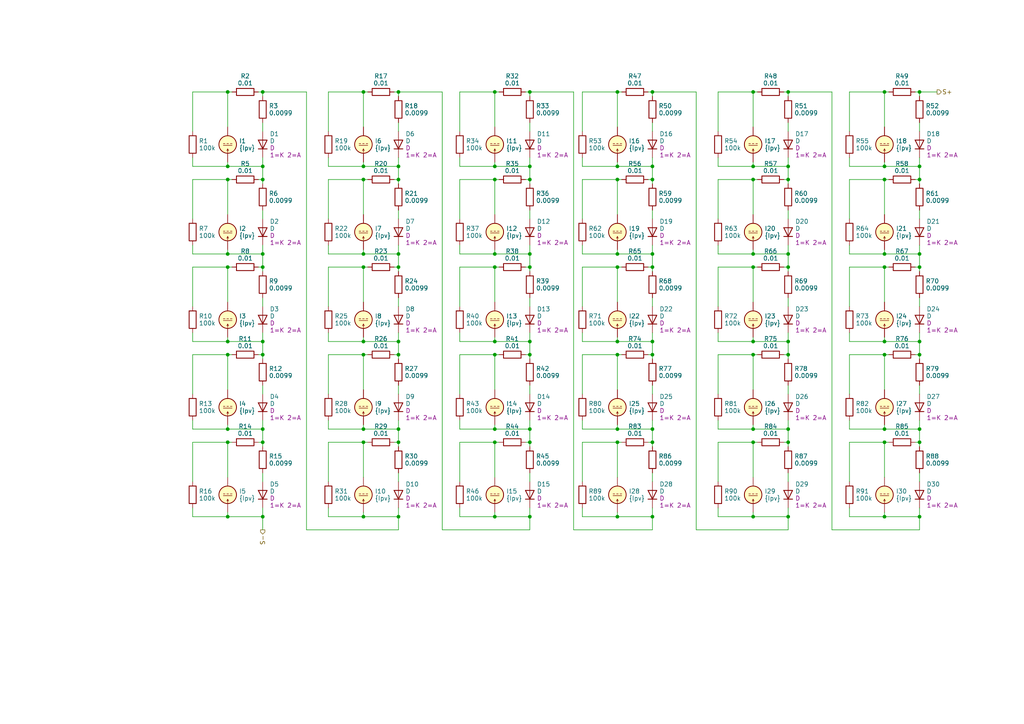
<source format=kicad_sch>
(kicad_sch (version 20230121) (generator eeschema)
  (paper "A4")
  (junction (at 256.54 48.26))
  (junction (at 256.54 52.07))
  (junction (at 143.51 48.26))
  (junction (at 228.6 99.06))
  (junction (at 228.6 73.66))
  (junction (at 266.7 128.27))
  (junction (at 66.04 102.87))
  (junction (at 179.07 26.67))
  (junction (at 153.67 124.46))
  (junction (at 115.57 48.26))
  (junction (at 266.7 48.26))
  (junction (at 115.57 99.06))
  (junction (at 179.07 52.07))
  (junction (at 179.07 77.47))
  (junction (at 189.23 73.66))
  (junction (at 266.7 77.47))
  (junction (at 115.57 128.27))
  (junction (at 143.51 26.67))
  (junction (at 266.7 102.87))
  (junction (at 189.23 52.07))
  (junction (at 266.7 99.06))
  (junction (at 143.51 73.66))
  (junction (at 179.07 99.06))
  (junction (at 76.2 128.27))
  (junction (at 189.23 102.87))
  (junction (at 76.2 149.86))
  (junction (at 153.67 52.07))
  (junction (at 115.57 26.67))
  (junction (at 105.41 124.46))
  (junction (at 143.51 52.07))
  (junction (at 218.44 124.46))
  (junction (at 218.44 99.06))
  (junction (at 189.23 128.27))
  (junction (at 218.44 48.26))
  (junction (at 105.41 128.27))
  (junction (at 153.67 26.67))
  (junction (at 115.57 73.66))
  (junction (at 105.41 99.06))
  (junction (at 153.67 149.86))
  (junction (at 143.51 149.86))
  (junction (at 66.04 48.26))
  (junction (at 143.51 128.27))
  (junction (at 143.51 102.87))
  (junction (at 179.07 124.46))
  (junction (at 256.54 77.47))
  (junction (at 179.07 73.66))
  (junction (at 105.41 77.47))
  (junction (at 153.67 73.66))
  (junction (at 189.23 26.67))
  (junction (at 76.2 99.06))
  (junction (at 105.41 149.86))
  (junction (at 76.2 77.47))
  (junction (at 189.23 124.46))
  (junction (at 266.7 52.07))
  (junction (at 189.23 77.47))
  (junction (at 143.51 99.06))
  (junction (at 179.07 128.27))
  (junction (at 76.2 102.87))
  (junction (at 228.6 149.86))
  (junction (at 66.04 77.47))
  (junction (at 266.7 73.66))
  (junction (at 153.67 102.87))
  (junction (at 105.41 26.67))
  (junction (at 218.44 73.66))
  (junction (at 218.44 26.67))
  (junction (at 153.67 128.27))
  (junction (at 153.67 48.26))
  (junction (at 189.23 149.86))
  (junction (at 76.2 73.66))
  (junction (at 256.54 99.06))
  (junction (at 105.41 48.26))
  (junction (at 228.6 124.46))
  (junction (at 115.57 149.86))
  (junction (at 76.2 124.46))
  (junction (at 256.54 73.66))
  (junction (at 266.7 124.46))
  (junction (at 66.04 128.27))
  (junction (at 143.51 124.46))
  (junction (at 76.2 52.07))
  (junction (at 66.04 73.66))
  (junction (at 218.44 77.47))
  (junction (at 266.7 26.67))
  (junction (at 66.04 52.07))
  (junction (at 115.57 124.46))
  (junction (at 115.57 52.07))
  (junction (at 66.04 26.67))
  (junction (at 115.57 77.47))
  (junction (at 76.2 48.26))
  (junction (at 218.44 52.07))
  (junction (at 66.04 124.46))
  (junction (at 228.6 52.07))
  (junction (at 105.41 52.07))
  (junction (at 218.44 149.86))
  (junction (at 66.04 149.86))
  (junction (at 228.6 102.87))
  (junction (at 256.54 124.46))
  (junction (at 189.23 99.06))
  (junction (at 256.54 26.67))
  (junction (at 143.51 77.47))
  (junction (at 105.41 73.66))
  (junction (at 228.6 26.67))
  (junction (at 179.07 48.26))
  (junction (at 179.07 149.86))
  (junction (at 76.2 26.67))
  (junction (at 266.7 149.86))
  (junction (at 228.6 128.27))
  (junction (at 153.67 99.06))
  (junction (at 153.67 77.47))
  (junction (at 256.54 128.27))
  (junction (at 179.07 102.87))
  (junction (at 228.6 77.47))
  (junction (at 228.6 48.26))
  (junction (at 256.54 149.86))
  (junction (at 256.54 102.87))
  (junction (at 115.57 102.87))
  (junction (at 66.04 99.06))
  (junction (at 105.41 102.87))
  (junction (at 189.23 48.26))
  (junction (at 218.44 102.87))
  (junction (at 218.44 128.27))
  (wire (pts (xy 115.57 124.46) (xy 115.57 128.27)))
  (wire (pts (xy 265.43 77.47) (xy 266.7 77.47)))
  (wire (pts (xy 115.57 111.76) (xy 115.57 114.3)))
  (wire (pts (xy 55.88 26.67) (xy 55.88 38.1)))
  (wire (pts (xy 180.34 77.47) (xy 179.07 77.47)))
  (wire (pts (xy 67.31 77.47) (xy 66.04 77.47)))
  (wire (pts (xy 227.33 102.87) (xy 228.6 102.87)))
  (wire (pts (xy 143.51 102.87) (xy 143.51 113.03)))
  (wire (pts (xy 66.04 99.06) (xy 76.2 99.06)))
  (wire (pts (xy 144.78 52.07) (xy 143.51 52.07)))
  (wire (pts (xy 115.57 73.66) (xy 115.57 77.47)))
  (wire (pts (xy 168.91 96.52) (xy 168.91 99.06)))
  (wire (pts (xy 153.67 99.06) (xy 153.67 102.87)))
  (wire (pts (xy 256.54 73.66) (xy 266.7 73.66)))
  (wire (pts (xy 218.44 73.66) (xy 228.6 73.66)))
  (wire (pts (xy 256.54 26.67) (xy 256.54 36.83)))
  (wire (pts (xy 105.41 52.07) (xy 95.25 52.07)))
  (wire (pts (xy 115.57 35.56) (xy 115.57 38.1)))
  (wire (pts (xy 153.67 96.52) (xy 153.67 99.06)))
  (wire (pts (xy 133.35 45.72) (xy 133.35 48.26)))
  (wire (pts (xy 227.33 26.67) (xy 228.6 26.67)))
  (wire (pts (xy 153.67 102.87) (xy 153.67 104.14)))
  (wire (pts (xy 153.67 73.66) (xy 153.67 77.47)))
  (wire (pts (xy 179.07 52.07) (xy 168.91 52.07)))
  (wire (pts (xy 228.6 45.72) (xy 228.6 48.26)))
  (wire (pts (xy 153.67 153.67) (xy 128.27 153.67)))
  (wire (pts (xy 105.41 149.86) (xy 115.57 149.86)))
  (wire (pts (xy 55.88 73.66) (xy 66.04 73.66)))
  (wire (pts (xy 67.31 102.87) (xy 66.04 102.87)))
  (wire (pts (xy 189.23 121.92) (xy 189.23 124.46)))
  (wire (pts (xy 257.81 102.87) (xy 256.54 102.87)))
  (wire (pts (xy 153.67 77.47) (xy 153.67 78.74)))
  (wire (pts (xy 256.54 123.19) (xy 256.54 124.46)))
  (wire (pts (xy 133.35 71.12) (xy 133.35 73.66)))
  (wire (pts (xy 114.3 52.07) (xy 115.57 52.07)))
  (wire (pts (xy 153.67 71.12) (xy 153.67 73.66)))
  (wire (pts (xy 76.2 86.36) (xy 76.2 88.9)))
  (wire (pts (xy 180.34 52.07) (xy 179.07 52.07)))
  (wire (pts (xy 266.7 121.92) (xy 266.7 124.46)))
  (wire (pts (xy 76.2 128.27) (xy 76.2 129.54)))
  (wire (pts (xy 106.68 77.47) (xy 105.41 77.47)))
  (wire (pts (xy 67.31 26.67) (xy 66.04 26.67)))
  (wire (pts (xy 153.67 26.67) (xy 153.67 27.94)))
  (wire (pts (xy 152.4 26.67) (xy 153.67 26.67)))
  (wire (pts (xy 95.25 45.72) (xy 95.25 48.26)))
  (wire (pts (xy 266.7 147.32) (xy 266.7 149.86)))
  (wire (pts (xy 105.41 26.67) (xy 95.25 26.67)))
  (wire (pts (xy 143.51 52.07) (xy 143.51 62.23)))
  (wire (pts (xy 227.33 128.27) (xy 228.6 128.27)))
  (wire (pts (xy 95.25 99.06) (xy 105.41 99.06)))
  (wire (pts (xy 133.35 149.86) (xy 143.51 149.86)))
  (wire (pts (xy 143.51 77.47) (xy 143.51 87.63)))
  (wire (pts (xy 128.27 153.67) (xy 128.27 26.67)))
  (wire (pts (xy 189.23 77.47) (xy 189.23 78.74)))
  (wire (pts (xy 55.88 45.72) (xy 55.88 48.26)))
  (wire (pts (xy 187.96 52.07) (xy 189.23 52.07)))
  (wire (pts (xy 74.93 128.27) (xy 76.2 128.27)))
  (wire (pts (xy 133.35 48.26) (xy 143.51 48.26)))
  (wire (pts (xy 189.23 111.76) (xy 189.23 114.3)))
  (wire (pts (xy 218.44 48.26) (xy 228.6 48.26)))
  (wire (pts (xy 219.71 102.87) (xy 218.44 102.87)))
  (wire (pts (xy 55.88 77.47) (xy 55.88 88.9)))
  (wire (pts (xy 256.54 97.79) (xy 256.54 99.06)))
  (wire (pts (xy 105.41 48.26) (xy 115.57 48.26)))
  (wire (pts (xy 143.51 26.67) (xy 133.35 26.67)))
  (wire (pts (xy 266.7 73.66) (xy 266.7 77.47)))
  (wire (pts (xy 179.07 124.46) (xy 189.23 124.46)))
  (wire (pts (xy 76.2 71.12) (xy 76.2 73.66)))
  (wire (pts (xy 228.6 102.87) (xy 228.6 104.14)))
  (wire (pts (xy 115.57 71.12) (xy 115.57 73.66)))
  (wire (pts (xy 179.07 52.07) (xy 179.07 62.23)))
  (wire (pts (xy 168.91 149.86) (xy 179.07 149.86)))
  (wire (pts (xy 256.54 72.39) (xy 256.54 73.66)))
  (wire (pts (xy 208.28 149.86) (xy 218.44 149.86)))
  (wire (pts (xy 168.91 71.12) (xy 168.91 73.66)))
  (wire (pts (xy 228.6 73.66) (xy 228.6 77.47)))
  (wire (pts (xy 55.88 121.92) (xy 55.88 124.46)))
  (wire (pts (xy 180.34 26.67) (xy 179.07 26.67)))
  (wire (pts (xy 218.44 124.46) (xy 228.6 124.46)))
  (wire (pts (xy 228.6 124.46) (xy 228.6 128.27)))
  (wire (pts (xy 133.35 52.07) (xy 133.35 63.5)))
  (wire (pts (xy 208.28 52.07) (xy 208.28 63.5)))
  (wire (pts (xy 105.41 52.07) (xy 105.41 62.23)))
  (wire (pts (xy 266.7 149.86) (xy 266.7 153.67)))
  (wire (pts (xy 105.41 128.27) (xy 95.25 128.27)))
  (wire (pts (xy 228.6 60.96) (xy 228.6 63.5)))
  (wire (pts (xy 266.7 153.67) (xy 241.3 153.67)))
  (wire (pts (xy 105.41 77.47) (xy 105.41 87.63)))
  (wire (pts (xy 179.07 72.39) (xy 179.07 73.66)))
  (wire (pts (xy 187.96 26.67) (xy 189.23 26.67)))
  (wire (pts (xy 246.38 147.32) (xy 246.38 149.86)))
  (wire (pts (xy 208.28 77.47) (xy 208.28 88.9)))
  (wire (pts (xy 106.68 128.27) (xy 105.41 128.27)))
  (wire (pts (xy 246.38 77.47) (xy 246.38 88.9)))
  (wire (pts (xy 265.43 102.87) (xy 266.7 102.87)))
  (wire (pts (xy 228.6 96.52) (xy 228.6 99.06)))
  (wire (pts (xy 76.2 26.67) (xy 76.2 27.94)))
  (wire (pts (xy 179.07 73.66) (xy 189.23 73.66)))
  (wire (pts (xy 115.57 121.92) (xy 115.57 124.46)))
  (wire (pts (xy 95.25 48.26) (xy 105.41 48.26)))
  (wire (pts (xy 266.7 48.26) (xy 266.7 52.07)))
  (wire (pts (xy 95.25 124.46) (xy 105.41 124.46)))
  (wire (pts (xy 153.67 111.76) (xy 153.67 114.3)))
  (wire (pts (xy 246.38 45.72) (xy 246.38 48.26)))
  (wire (pts (xy 228.6 26.67) (xy 228.6 27.94)))
  (wire (pts (xy 88.9 153.67) (xy 115.57 153.67)))
  (wire (pts (xy 189.23 147.32) (xy 189.23 149.86)))
  (wire (pts (xy 189.23 48.26) (xy 189.23 52.07)))
  (wire (pts (xy 208.28 96.52) (xy 208.28 99.06)))
  (wire (pts (xy 168.91 99.06) (xy 179.07 99.06)))
  (wire (pts (xy 66.04 26.67) (xy 66.04 36.83)))
  (wire (pts (xy 266.7 111.76) (xy 266.7 114.3)))
  (wire (pts (xy 55.88 71.12) (xy 55.88 73.66)))
  (wire (pts (xy 189.23 128.27) (xy 189.23 129.54)))
  (wire (pts (xy 179.07 123.19) (xy 179.07 124.46)))
  (wire (pts (xy 105.41 26.67) (xy 105.41 36.83)))
  (wire (pts (xy 208.28 26.67) (xy 208.28 38.1)))
  (wire (pts (xy 257.81 52.07) (xy 256.54 52.07)))
  (wire (pts (xy 168.91 45.72) (xy 168.91 48.26)))
  (wire (pts (xy 218.44 102.87) (xy 208.28 102.87)))
  (wire (pts (xy 179.07 102.87) (xy 179.07 113.03)))
  (wire (pts (xy 218.44 26.67) (xy 218.44 36.83)))
  (wire (pts (xy 76.2 35.56) (xy 76.2 38.1)))
  (wire (pts (xy 95.25 77.47) (xy 95.25 88.9)))
  (wire (pts (xy 246.38 99.06) (xy 256.54 99.06)))
  (wire (pts (xy 153.67 26.67) (xy 166.37 26.67)))
  (wire (pts (xy 66.04 72.39) (xy 66.04 73.66)))
  (wire (pts (xy 218.44 77.47) (xy 208.28 77.47)))
  (wire (pts (xy 66.04 77.47) (xy 66.04 87.63)))
  (wire (pts (xy 66.04 148.59) (xy 66.04 149.86)))
  (wire (pts (xy 115.57 86.36) (xy 115.57 88.9)))
  (wire (pts (xy 219.71 52.07) (xy 218.44 52.07)))
  (wire (pts (xy 246.38 52.07) (xy 246.38 63.5)))
  (wire (pts (xy 76.2 149.86) (xy 76.2 153.67)))
  (wire (pts (xy 266.7 45.72) (xy 266.7 48.26)))
  (wire (pts (xy 133.35 26.67) (xy 133.35 38.1)))
  (wire (pts (xy 76.2 124.46) (xy 76.2 128.27)))
  (wire (pts (xy 189.23 45.72) (xy 189.23 48.26)))
  (wire (pts (xy 144.78 77.47) (xy 143.51 77.47)))
  (wire (pts (xy 179.07 77.47) (xy 168.91 77.47)))
  (wire (pts (xy 208.28 124.46) (xy 218.44 124.46)))
  (wire (pts (xy 133.35 73.66) (xy 143.51 73.66)))
  (wire (pts (xy 168.91 121.92) (xy 168.91 124.46)))
  (wire (pts (xy 256.54 149.86) (xy 266.7 149.86)))
  (wire (pts (xy 266.7 86.36) (xy 266.7 88.9)))
  (wire (pts (xy 189.23 137.16) (xy 189.23 139.7)))
  (wire (pts (xy 189.23 73.66) (xy 189.23 77.47)))
  (wire (pts (xy 106.68 52.07) (xy 105.41 52.07)))
  (wire (pts (xy 115.57 147.32) (xy 115.57 149.86)))
  (wire (pts (xy 55.88 52.07) (xy 55.88 63.5)))
  (wire (pts (xy 66.04 128.27) (xy 55.88 128.27)))
  (wire (pts (xy 257.81 26.67) (xy 256.54 26.67)))
  (wire (pts (xy 168.91 128.27) (xy 168.91 139.7)))
  (wire (pts (xy 88.9 26.67) (xy 88.9 153.67)))
  (wire (pts (xy 266.7 26.67) (xy 271.78 26.67)))
  (wire (pts (xy 179.07 128.27) (xy 168.91 128.27)))
  (wire (pts (xy 76.2 147.32) (xy 76.2 149.86)))
  (wire (pts (xy 266.7 77.47) (xy 266.7 78.74)))
  (wire (pts (xy 143.51 46.99) (xy 143.51 48.26)))
  (wire (pts (xy 189.23 71.12) (xy 189.23 73.66)))
  (wire (pts (xy 228.6 147.32) (xy 228.6 149.86)))
  (wire (pts (xy 66.04 48.26) (xy 76.2 48.26)))
  (wire (pts (xy 246.38 48.26) (xy 256.54 48.26)))
  (wire (pts (xy 66.04 128.27) (xy 66.04 138.43)))
  (wire (pts (xy 74.93 26.67) (xy 76.2 26.67)))
  (wire (pts (xy 76.2 137.16) (xy 76.2 139.7)))
  (wire (pts (xy 228.6 35.56) (xy 228.6 38.1)))
  (wire (pts (xy 133.35 102.87) (xy 133.35 114.3)))
  (wire (pts (xy 266.7 137.16) (xy 266.7 139.7)))
  (wire (pts (xy 256.54 26.67) (xy 246.38 26.67)))
  (wire (pts (xy 218.44 72.39) (xy 218.44 73.66)))
  (wire (pts (xy 266.7 99.06) (xy 266.7 102.87)))
  (wire (pts (xy 179.07 99.06) (xy 189.23 99.06)))
  (wire (pts (xy 266.7 96.52) (xy 266.7 99.06)))
  (wire (pts (xy 208.28 121.92) (xy 208.28 124.46)))
  (wire (pts (xy 228.6 71.12) (xy 228.6 73.66)))
  (wire (pts (xy 246.38 102.87) (xy 246.38 114.3)))
  (wire (pts (xy 76.2 45.72) (xy 76.2 48.26)))
  (wire (pts (xy 105.41 73.66) (xy 115.57 73.66)))
  (wire (pts (xy 228.6 86.36) (xy 228.6 88.9)))
  (wire (pts (xy 133.35 77.47) (xy 133.35 88.9)))
  (wire (pts (xy 228.6 99.06) (xy 228.6 102.87)))
  (wire (pts (xy 76.2 52.07) (xy 76.2 53.34)))
  (wire (pts (xy 133.35 96.52) (xy 133.35 99.06)))
  (wire (pts (xy 187.96 102.87) (xy 189.23 102.87)))
  (wire (pts (xy 105.41 124.46) (xy 115.57 124.46)))
  (wire (pts (xy 66.04 52.07) (xy 55.88 52.07)))
  (wire (pts (xy 208.28 48.26) (xy 218.44 48.26)))
  (wire (pts (xy 189.23 149.86) (xy 189.23 153.67)))
  (wire (pts (xy 168.91 124.46) (xy 179.07 124.46)))
  (wire (pts (xy 153.67 124.46) (xy 153.67 128.27)))
  (wire (pts (xy 266.7 128.27) (xy 266.7 129.54)))
  (wire (pts (xy 218.44 148.59) (xy 218.44 149.86)))
  (wire (pts (xy 143.51 26.67) (xy 143.51 36.83)))
  (wire (pts (xy 115.57 96.52) (xy 115.57 99.06)))
  (wire (pts (xy 266.7 26.67) (xy 266.7 27.94)))
  (wire (pts (xy 74.93 77.47) (xy 76.2 77.47)))
  (wire (pts (xy 256.54 102.87) (xy 256.54 113.03)))
  (wire (pts (xy 115.57 137.16) (xy 115.57 139.7)))
  (wire (pts (xy 187.96 77.47) (xy 189.23 77.47)))
  (wire (pts (xy 228.6 128.27) (xy 228.6 129.54)))
  (wire (pts (xy 256.54 148.59) (xy 256.54 149.86)))
  (wire (pts (xy 179.07 48.26) (xy 189.23 48.26)))
  (wire (pts (xy 228.6 137.16) (xy 228.6 139.7)))
  (wire (pts (xy 265.43 26.67) (xy 266.7 26.67)))
  (wire (pts (xy 143.51 72.39) (xy 143.51 73.66)))
  (wire (pts (xy 105.41 128.27) (xy 105.41 138.43)))
  (wire (pts (xy 76.2 96.52) (xy 76.2 99.06)))
  (wire (pts (xy 168.91 73.66) (xy 179.07 73.66)))
  (wire (pts (xy 246.38 73.66) (xy 256.54 73.66)))
  (wire (pts (xy 266.7 102.87) (xy 266.7 104.14)))
  (wire (pts (xy 241.3 153.67) (xy 241.3 26.67)))
  (wire (pts (xy 246.38 124.46) (xy 256.54 124.46)))
  (wire (pts (xy 218.44 123.19) (xy 218.44 124.46)))
  (wire (pts (xy 55.88 128.27) (xy 55.88 139.7)))
  (wire (pts (xy 256.54 128.27) (xy 256.54 138.43)))
  (wire (pts (xy 115.57 60.96) (xy 115.57 63.5)))
  (wire (pts (xy 76.2 26.67) (xy 88.9 26.67)))
  (wire (pts (xy 208.28 128.27) (xy 208.28 139.7)))
  (wire (pts (xy 218.44 77.47) (xy 218.44 87.63)))
  (wire (pts (xy 106.68 26.67) (xy 105.41 26.67)))
  (wire (pts (xy 168.91 147.32) (xy 168.91 149.86)))
  (wire (pts (xy 115.57 26.67) (xy 115.57 27.94)))
  (wire (pts (xy 266.7 35.56) (xy 266.7 38.1)))
  (wire (pts (xy 95.25 128.27) (xy 95.25 139.7)))
  (wire (pts (xy 218.44 128.27) (xy 218.44 138.43)))
  (wire (pts (xy 115.57 149.86) (xy 115.57 153.67)))
  (wire (pts (xy 66.04 102.87) (xy 55.88 102.87)))
  (wire (pts (xy 143.51 52.07) (xy 133.35 52.07)))
  (wire (pts (xy 66.04 73.66) (xy 76.2 73.66)))
  (wire (pts (xy 115.57 48.26) (xy 115.57 52.07)))
  (wire (pts (xy 218.44 52.07) (xy 208.28 52.07)))
  (wire (pts (xy 115.57 77.47) (xy 115.57 78.74)))
  (wire (pts (xy 218.44 128.27) (xy 208.28 128.27)))
  (wire (pts (xy 115.57 128.27) (xy 115.57 129.54)))
  (wire (pts (xy 55.88 48.26) (xy 66.04 48.26)))
  (wire (pts (xy 179.07 46.99) (xy 179.07 48.26)))
  (wire (pts (xy 143.51 148.59) (xy 143.51 149.86)))
  (wire (pts (xy 133.35 121.92) (xy 133.35 124.46)))
  (wire (pts (xy 256.54 128.27) (xy 246.38 128.27)))
  (wire (pts (xy 76.2 73.66) (xy 76.2 77.47)))
  (wire (pts (xy 153.67 137.16) (xy 153.67 139.7)))
  (wire (pts (xy 74.93 52.07) (xy 76.2 52.07)))
  (wire (pts (xy 133.35 124.46) (xy 143.51 124.46)))
  (wire (pts (xy 189.23 35.56) (xy 189.23 38.1)))
  (wire (pts (xy 153.67 60.96) (xy 153.67 63.5)))
  (wire (pts (xy 168.91 77.47) (xy 168.91 88.9)))
  (wire (pts (xy 133.35 128.27) (xy 133.35 139.7)))
  (wire (pts (xy 95.25 26.67) (xy 95.25 38.1)))
  (wire (pts (xy 115.57 102.87) (xy 115.57 104.14)))
  (wire (pts (xy 55.88 102.87) (xy 55.88 114.3)))
  (wire (pts (xy 241.3 26.67) (xy 228.6 26.67)))
  (wire (pts (xy 266.7 124.46) (xy 266.7 128.27)))
  (wire (pts (xy 168.91 26.67) (xy 168.91 38.1)))
  (wire (pts (xy 189.23 52.07) (xy 189.23 53.34)))
  (wire (pts (xy 179.07 26.67) (xy 179.07 36.83)))
  (wire (pts (xy 153.67 45.72) (xy 153.67 48.26)))
  (wire (pts (xy 256.54 77.47) (xy 256.54 87.63)))
  (wire (pts (xy 266.7 52.07) (xy 266.7 53.34)))
  (wire (pts (xy 189.23 26.67) (xy 189.23 27.94)))
  (wire (pts (xy 218.44 46.99) (xy 218.44 48.26)))
  (wire (pts (xy 246.38 71.12) (xy 246.38 73.66)))
  (wire (pts (xy 128.27 26.67) (xy 115.57 26.67)))
  (wire (pts (xy 153.67 48.26) (xy 153.67 52.07)))
  (wire (pts (xy 256.54 77.47) (xy 246.38 77.47)))
  (wire (pts (xy 152.4 52.07) (xy 153.67 52.07)))
  (wire (pts (xy 76.2 77.47) (xy 76.2 78.74)))
  (wire (pts (xy 153.67 52.07) (xy 153.67 53.34)))
  (wire (pts (xy 265.43 128.27) (xy 266.7 128.27)))
  (wire (pts (xy 66.04 102.87) (xy 66.04 113.03)))
  (wire (pts (xy 256.54 46.99) (xy 256.54 48.26)))
  (wire (pts (xy 143.51 128.27) (xy 133.35 128.27)))
  (wire (pts (xy 219.71 26.67) (xy 218.44 26.67)))
  (wire (pts (xy 105.41 102.87) (xy 105.41 113.03)))
  (wire (pts (xy 95.25 147.32) (xy 95.25 149.86)))
  (wire (pts (xy 256.54 124.46) (xy 266.7 124.46)))
  (wire (pts (xy 66.04 124.46) (xy 76.2 124.46)))
  (wire (pts (xy 218.44 149.86) (xy 228.6 149.86)))
  (wire (pts (xy 168.91 48.26) (xy 179.07 48.26)))
  (wire (pts (xy 246.38 26.67) (xy 246.38 38.1)))
  (wire (pts (xy 66.04 52.07) (xy 66.04 62.23)))
  (wire (pts (xy 180.34 102.87) (xy 179.07 102.87)))
  (wire (pts (xy 105.41 148.59) (xy 105.41 149.86)))
  (wire (pts (xy 189.23 102.87) (xy 189.23 104.14)))
  (wire (pts (xy 143.51 102.87) (xy 133.35 102.87)))
  (wire (pts (xy 266.7 71.12) (xy 266.7 73.66)))
  (wire (pts (xy 144.78 102.87) (xy 143.51 102.87)))
  (wire (pts (xy 133.35 147.32) (xy 133.35 149.86)))
  (wire (pts (xy 208.28 147.32) (xy 208.28 149.86)))
  (wire (pts (xy 55.88 99.06) (xy 66.04 99.06)))
  (wire (pts (xy 266.7 60.96) (xy 266.7 63.5)))
  (wire (pts (xy 152.4 77.47) (xy 153.67 77.47)))
  (wire (pts (xy 66.04 46.99) (xy 66.04 48.26)))
  (wire (pts (xy 106.68 102.87) (xy 105.41 102.87)))
  (wire (pts (xy 152.4 102.87) (xy 153.67 102.87)))
  (wire (pts (xy 208.28 99.06) (xy 218.44 99.06)))
  (wire (pts (xy 228.6 52.07) (xy 228.6 53.34)))
  (wire (pts (xy 105.41 123.19) (xy 105.41 124.46)))
  (wire (pts (xy 143.51 48.26) (xy 153.67 48.26)))
  (wire (pts (xy 153.67 147.32) (xy 153.67 149.86)))
  (wire (pts (xy 143.51 123.19) (xy 143.51 124.46)))
  (wire (pts (xy 218.44 102.87) (xy 218.44 113.03)))
  (wire (pts (xy 143.51 128.27) (xy 143.51 138.43)))
  (wire (pts (xy 55.88 147.32) (xy 55.88 149.86)))
  (wire (pts (xy 105.41 102.87) (xy 95.25 102.87)))
  (wire (pts (xy 115.57 45.72) (xy 115.57 48.26)))
  (wire (pts (xy 246.38 149.86) (xy 256.54 149.86)))
  (wire (pts (xy 257.81 77.47) (xy 256.54 77.47)))
  (wire (pts (xy 256.54 52.07) (xy 246.38 52.07)))
  (wire (pts (xy 228.6 121.92) (xy 228.6 124.46)))
  (wire (pts (xy 228.6 149.86) (xy 228.6 153.67)))
  (wire (pts (xy 168.91 52.07) (xy 168.91 63.5)))
  (wire (pts (xy 95.25 102.87) (xy 95.25 114.3)))
  (wire (pts (xy 55.88 96.52) (xy 55.88 99.06)))
  (wire (pts (xy 218.44 99.06) (xy 228.6 99.06)))
  (wire (pts (xy 133.35 99.06) (xy 143.51 99.06)))
  (wire (pts (xy 179.07 77.47) (xy 179.07 87.63)))
  (wire (pts (xy 179.07 26.67) (xy 168.91 26.67)))
  (wire (pts (xy 189.23 96.52) (xy 189.23 99.06)))
  (wire (pts (xy 105.41 99.06) (xy 115.57 99.06)))
  (wire (pts (xy 179.07 128.27) (xy 179.07 138.43)))
  (wire (pts (xy 189.23 99.06) (xy 189.23 102.87)))
  (wire (pts (xy 95.25 52.07) (xy 95.25 63.5)))
  (wire (pts (xy 179.07 149.86) (xy 189.23 149.86)))
  (wire (pts (xy 76.2 121.92) (xy 76.2 124.46)))
  (wire (pts (xy 55.88 124.46) (xy 66.04 124.46)))
  (wire (pts (xy 208.28 102.87) (xy 208.28 114.3)))
  (wire (pts (xy 76.2 102.87) (xy 76.2 104.14)))
  (wire (pts (xy 105.41 77.47) (xy 95.25 77.47)))
  (wire (pts (xy 256.54 102.87) (xy 246.38 102.87)))
  (wire (pts (xy 95.25 96.52) (xy 95.25 99.06)))
  (wire (pts (xy 208.28 73.66) (xy 218.44 73.66)))
  (wire (pts (xy 105.41 72.39) (xy 105.41 73.66)))
  (wire (pts (xy 246.38 121.92) (xy 246.38 124.46)))
  (wire (pts (xy 95.25 73.66) (xy 105.41 73.66)))
  (wire (pts (xy 257.81 128.27) (xy 256.54 128.27)))
  (wire (pts (xy 105.41 46.99) (xy 105.41 48.26)))
  (wire (pts (xy 115.57 99.06) (xy 115.57 102.87)))
  (wire (pts (xy 76.2 111.76) (xy 76.2 114.3)))
  (wire (pts (xy 143.51 73.66) (xy 153.67 73.66)))
  (wire (pts (xy 265.43 52.07) (xy 266.7 52.07)))
  (wire (pts (xy 143.51 77.47) (xy 133.35 77.47)))
  (wire (pts (xy 114.3 77.47) (xy 115.57 77.47)))
  (wire (pts (xy 246.38 128.27) (xy 246.38 139.7)))
  (wire (pts (xy 208.28 71.12) (xy 208.28 73.66)))
  (wire (pts (xy 55.88 149.86) (xy 66.04 149.86)))
  (wire (pts (xy 66.04 149.86) (xy 76.2 149.86)))
  (wire (pts (xy 228.6 111.76) (xy 228.6 114.3)))
  (wire (pts (xy 189.23 26.67) (xy 201.93 26.67)))
  (wire (pts (xy 95.25 121.92) (xy 95.25 124.46)))
  (wire (pts (xy 74.93 102.87) (xy 76.2 102.87)))
  (wire (pts (xy 218.44 52.07) (xy 218.44 62.23)))
  (wire (pts (xy 153.67 128.27) (xy 153.67 129.54)))
  (wire (pts (xy 179.07 148.59) (xy 179.07 149.86)))
  (wire (pts (xy 153.67 121.92) (xy 153.67 124.46)))
  (wire (pts (xy 187.96 128.27) (xy 189.23 128.27)))
  (wire (pts (xy 66.04 97.79) (xy 66.04 99.06)))
  (wire (pts (xy 180.34 128.27) (xy 179.07 128.27)))
  (wire (pts (xy 144.78 26.67) (xy 143.51 26.67)))
  (wire (pts (xy 256.54 52.07) (xy 256.54 62.23)))
  (wire (pts (xy 114.3 26.67) (xy 115.57 26.67)))
  (wire (pts (xy 152.4 128.27) (xy 153.67 128.27)))
  (wire (pts (xy 208.28 45.72) (xy 208.28 48.26)))
  (wire (pts (xy 228.6 48.26) (xy 228.6 52.07)))
  (wire (pts (xy 143.51 149.86) (xy 153.67 149.86)))
  (wire (pts (xy 201.93 153.67) (xy 228.6 153.67)))
  (wire (pts (xy 143.51 99.06) (xy 153.67 99.06)))
  (wire (pts (xy 115.57 52.07) (xy 115.57 53.34)))
  (wire (pts (xy 143.51 97.79) (xy 143.51 99.06)))
  (wire (pts (xy 256.54 48.26) (xy 266.7 48.26)))
  (wire (pts (xy 246.38 96.52) (xy 246.38 99.06)))
  (wire (pts (xy 67.31 52.07) (xy 66.04 52.07)))
  (wire (pts (xy 219.71 77.47) (xy 218.44 77.47)))
  (wire (pts (xy 76.2 48.26) (xy 76.2 52.07)))
  (wire (pts (xy 153.67 35.56) (xy 153.67 38.1)))
  (wire (pts (xy 153.67 86.36) (xy 153.67 88.9)))
  (wire (pts (xy 218.44 97.79) (xy 218.44 99.06)))
  (wire (pts (xy 95.25 149.86) (xy 105.41 149.86)))
  (wire (pts (xy 218.44 26.67) (xy 208.28 26.67)))
  (wire (pts (xy 227.33 77.47) (xy 228.6 77.47)))
  (wire (pts (xy 201.93 26.67) (xy 201.93 153.67)))
  (wire (pts (xy 189.23 124.46) (xy 189.23 128.27)))
  (wire (pts (xy 166.37 153.67) (xy 189.23 153.67)))
  (wire (pts (xy 114.3 128.27) (xy 115.57 128.27)))
  (wire (pts (xy 95.25 71.12) (xy 95.25 73.66)))
  (wire (pts (xy 144.78 128.27) (xy 143.51 128.27)))
  (wire (pts (xy 76.2 60.96) (xy 76.2 63.5)))
  (wire (pts (xy 66.04 123.19) (xy 66.04 124.46)))
  (wire (pts (xy 143.51 124.46) (xy 153.67 124.46)))
  (wire (pts (xy 256.54 99.06) (xy 266.7 99.06)))
  (wire (pts (xy 153.67 149.86) (xy 153.67 153.67)))
  (wire (pts (xy 168.91 102.87) (xy 168.91 114.3)))
  (wire (pts (xy 76.2 99.06) (xy 76.2 102.87)))
  (wire (pts (xy 219.71 128.27) (xy 218.44 128.27)))
  (wire (pts (xy 179.07 102.87) (xy 168.91 102.87)))
  (wire (pts (xy 105.41 97.79) (xy 105.41 99.06)))
  (wire (pts (xy 66.04 26.67) (xy 55.88 26.67)))
  (wire (pts (xy 114.3 102.87) (xy 115.57 102.87)))
  (wire (pts (xy 189.23 60.96) (xy 189.23 63.5)))
  (wire (pts (xy 228.6 77.47) (xy 228.6 78.74)))
  (wire (pts (xy 67.31 128.27) (xy 66.04 128.27)))
  (wire (pts (xy 189.23 86.36) (xy 189.23 88.9)))
  (wire (pts (xy 166.37 26.67) (xy 166.37 153.67)))
  (wire (pts (xy 227.33 52.07) (xy 228.6 52.07)))
  (wire (pts (xy 179.07 97.79) (xy 179.07 99.06)))
  (wire (pts (xy 66.04 77.47) (xy 55.88 77.47)))
  (hierarchical_label "S+" (shape output) (at 271.78 26.67 0))
  (hierarchical_label "S-" (shape output) (at 76.2 153.67 270))
  (symbol (lib_id "Simulation_SPICE:D") (at 266.7 92.71 90) (unit 1)
    (property "Reference" "D24" (at 268.732 89.638 90) (effects (justify right)))
    (property "Value" "D" (at 268.732 91.686 90) (effects (justify right)))
    (property "Sim.Device" "D" (at 268.732 93.734 90) (effects (justify right)))
    (property "Sim.Pins" "1=K 2=A" (at 268.732 95.782 90) (effects (justify right)))
    (instances (project "solar-spice" (path "" (reference "D24") (unit 1))) (project "power-spice" (path "" (reference "D18") (unit 1))))
  )
  (symbol (lib_id "Device:R") (at 71.12 52.07 90) (unit 1)
    (property "Reference" "R5" (at 71.12 47.474 90))
    (property "Value" "0.01" (at 71.12 49.522 90))
    (instances (project "solar-spice" (path "" (reference "R5") (unit 1))) (project "power-spice" (path "" (reference "R23") (unit 1))))
  )
  (symbol (lib_id "Device:R") (at 208.28 118.11 0) (unit 1)
    (property "Reference" "R81" (at 210.058 117.086 0) (effects (justify left)))
    (property "Value" "100k" (at 210.058 119.134 0) (effects (justify left)))
    (instances (project "solar-spice" (path "" (reference "R81") (unit 1))) (project "power-spice" (path "" (reference "R75") (unit 1))))
  )
  (symbol (lib_id "Simulation_SPICE:IDC") (at 105.41 41.91 180) (unit 1)
    (property "Reference" "I6" (at 108.712 40.886 0) (effects (justify right)))
    (property "Value" "{Ipv}" (at 108.712 42.934 0) (effects (justify right)))
    (property "Sim.Pins" "1=+ 2=-" (effects hide))
    (property "Sim.Type" "DC" (effects hide))
    (property "Sim.Device" "I" (effects hide))
    (property "Sim.Params" "dc={Ipv}" (effects hide))
    (instances (project "solar-spice" (path "" (reference "I6") (unit 1))) (project "power-spice" (path "" (reference "I2") (unit 1))))
  )
  (symbol (lib_id "Device:R") (at 223.52 77.47 90) (unit 1)
    (property "Reference" "R66" (at 223.52 72.874 90))
    (property "Value" "0.01" (at 223.52 74.922 90))
    (instances (project "solar-spice" (path "" (reference "R66") (unit 1))) (project "power-spice" (path "" (reference "R45") (unit 1))))
  )
  (symbol (lib_id "Simulation_SPICE:IDC") (at 143.51 41.91 180) (unit 1)
    (property "Reference" "I11" (at 146.812 40.886 0) (effects (justify right)))
    (property "Value" "{Ipv}" (at 146.812 42.934 0) (effects (justify right)))
    (property "Sim.Pins" "1=+ 2=-" (effects hide))
    (property "Sim.Type" "DC" (effects hide))
    (property "Sim.Device" "I" (effects hide))
    (property "Sim.Params" "dc={Ipv}" (effects hide))
    (instances (project "solar-spice" (path "" (reference "I11") (unit 1))) (project "power-spice" (path "" (reference "I3") (unit 1))))
  )
  (symbol (lib_id "Device:R") (at 208.28 143.51 0) (unit 1)
    (property "Reference" "R90" (at 210.058 142.486 0) (effects (justify left)))
    (property "Value" "100k" (at 210.058 144.534 0) (effects (justify left)))
    (instances (project "solar-spice" (path "" (reference "R90") (unit 1))) (project "power-spice" (path "" (reference "R93") (unit 1))))
  )
  (symbol (lib_id "Device:R") (at 223.52 102.87 90) (unit 1)
    (property "Reference" "R75" (at 223.52 98.274 90))
    (property "Value" "0.01" (at 223.52 100.322 90))
    (instances (project "solar-spice" (path "" (reference "R75") (unit 1))) (project "power-spice" (path "" (reference "R63") (unit 1))))
  )
  (symbol (lib_id "Simulation_SPICE:IDC") (at 179.07 67.31 180) (unit 1)
    (property "Reference" "I19" (at 182.372 66.286 0) (effects (justify right)))
    (property "Value" "{Ipv}" (at 182.372 68.334 0) (effects (justify right)))
    (property "Sim.Pins" "1=+ 2=-" (effects hide))
    (property "Sim.Type" "DC" (effects hide))
    (property "Sim.Device" "I" (effects hide))
    (property "Sim.Params" "dc={Ipv}" (effects hide))
    (instances (project "solar-spice" (path "" (reference "I19") (unit 1))) (project "power-spice" (path "" (reference "I10") (unit 1))))
  )
  (symbol (lib_id "Device:R") (at 184.15 102.87 90) (unit 1)
    (property "Reference" "R74" (at 184.15 98.274 90))
    (property "Value" "0.01" (at 184.15 100.322 90))
    (instances (project "solar-spice" (path "" (reference "R74") (unit 1))) (project "power-spice" (path "" (reference "R62") (unit 1))))
  )
  (symbol (lib_id "Simulation_SPICE:D") (at 76.2 118.11 90) (unit 1)
    (property "Reference" "D4" (at 78.232 115.038 90) (effects (justify right)))
    (property "Value" "D" (at 78.232 117.086 90) (effects (justify right)))
    (property "Sim.Device" "D" (at 78.232 119.134 90) (effects (justify right)))
    (property "Sim.Pins" "1=K 2=A" (at 78.232 121.182 90) (effects (justify right)))
    (instances (project "solar-spice" (path "" (reference "D4") (unit 1))) (project "power-spice" (path "" (reference "D19") (unit 1))))
  )
  (symbol (lib_id "Device:R") (at 148.59 102.87 90) (unit 1)
    (property "Reference" "R41" (at 148.59 98.274 90))
    (property "Value" "0.01" (at 148.59 100.322 90))
    (instances (project "solar-spice" (path "" (reference "R41") (unit 1))) (project "power-spice" (path "" (reference "R61") (unit 1))))
  )
  (symbol (lib_id "Simulation_SPICE:D") (at 189.23 118.11 90) (unit 1)
    (property "Reference" "D25" (at 191.262 115.038 90) (effects (justify right)))
    (property "Value" "D" (at 191.262 117.086 90) (effects (justify right)))
    (property "Sim.Device" "D" (at 191.262 119.134 90) (effects (justify right)))
    (property "Sim.Pins" "1=K 2=A" (at 191.262 121.182 90) (effects (justify right)))
    (instances (project "solar-spice" (path "" (reference "D25") (unit 1))) (project "power-spice" (path "" (reference "D22") (unit 1))))
  )
  (symbol (lib_id "Simulation_SPICE:D") (at 76.2 143.51 90) (unit 1)
    (property "Reference" "D5" (at 78.232 140.438 90) (effects (justify right)))
    (property "Value" "D" (at 78.232 142.486 90) (effects (justify right)))
    (property "Sim.Device" "D" (at 78.232 144.534 90) (effects (justify right)))
    (property "Sim.Pins" "1=K 2=A" (at 78.232 146.582 90) (effects (justify right)))
    (instances (project "solar-spice" (path "" (reference "D5") (unit 1))) (project "power-spice" (path "" (reference "D25") (unit 1))))
  )
  (symbol (lib_id "Simulation_SPICE:IDC") (at 105.41 143.51 180) (unit 1)
    (property "Reference" "I10" (at 108.712 142.486 0) (effects (justify right)))
    (property "Value" "{Ipv}" (at 108.712 144.534 0) (effects (justify right)))
    (property "Sim.Pins" "1=+ 2=-" (effects hide))
    (property "Sim.Type" "DC" (effects hide))
    (property "Sim.Device" "I" (effects hide))
    (property "Sim.Params" "dc={Ipv}" (effects hide))
    (instances (project "solar-spice" (path "" (reference "I10") (unit 1))) (project "power-spice" (path "" (reference "I26") (unit 1))))
  )
  (symbol (lib_id "Device:R") (at 55.88 67.31 0) (unit 1)
    (property "Reference" "R7" (at 57.658 66.286 0) (effects (justify left)))
    (property "Value" "100k" (at 57.658 68.334 0) (effects (justify left)))
    (instances (project "solar-spice" (path "" (reference "R7") (unit 1))) (project "power-spice" (path "" (reference "R35") (unit 1))))
  )
  (symbol (lib_id "Simulation_SPICE:D") (at 266.7 118.11 90) (unit 1)
    (property "Reference" "D27" (at 268.732 115.038 90) (effects (justify right)))
    (property "Value" "D" (at 268.732 117.086 90) (effects (justify right)))
    (property "Sim.Device" "D" (at 268.732 119.134 90) (effects (justify right)))
    (property "Sim.Pins" "1=K 2=A" (at 268.732 121.182 90) (effects (justify right)))
    (instances (project "solar-spice" (path "" (reference "D27") (unit 1))) (project "power-spice" (path "" (reference "D24") (unit 1))))
  )
  (symbol (lib_id "Simulation_SPICE:IDC") (at 143.51 92.71 180) (unit 1)
    (property "Reference" "I13" (at 146.812 91.686 0) (effects (justify right)))
    (property "Value" "{Ipv}" (at 146.812 93.734 0) (effects (justify right)))
    (property "Sim.Pins" "1=+ 2=-" (effects hide))
    (property "Sim.Type" "DC" (effects hide))
    (property "Sim.Device" "I" (effects hide))
    (property "Sim.Params" "dc={Ipv}" (effects hide))
    (instances (project "solar-spice" (path "" (reference "I13") (unit 1))) (project "power-spice" (path "" (reference "I15") (unit 1))))
  )
  (symbol (lib_id "Simulation_SPICE:IDC") (at 256.54 67.31 180) (unit 1)
    (property "Reference" "I21" (at 259.842 66.286 0) (effects (justify right)))
    (property "Value" "{Ipv}" (at 259.842 68.334 0) (effects (justify right)))
    (property "Sim.Pins" "1=+ 2=-" (effects hide))
    (property "Sim.Type" "DC" (effects hide))
    (property "Sim.Device" "I" (effects hide))
    (property "Sim.Params" "dc={Ipv}" (effects hide))
    (instances (project "solar-spice" (path "" (reference "I21") (unit 1))) (project "power-spice" (path "" (reference "I12") (unit 1))))
  )
  (symbol (lib_id "Device:R") (at 184.15 52.07 90) (unit 1)
    (property "Reference" "R56" (at 184.15 47.474 90))
    (property "Value" "0.01" (at 184.15 49.522 90))
    (instances (project "solar-spice" (path "" (reference "R56") (unit 1))) (project "power-spice" (path "" (reference "R26") (unit 1))))
  )
  (symbol (lib_id "Device:R") (at 133.35 67.31 0) (unit 1)
    (property "Reference" "R37" (at 135.128 66.286 0) (effects (justify left)))
    (property "Value" "100k" (at 135.128 68.334 0) (effects (justify left)))
  )
  (symbol (lib_id "Simulation_SPICE:IDC") (at 256.54 41.91 180) (unit 1)
    (property "Reference" "I18" (at 259.842 40.886 0) (effects (justify right)))
    (property "Value" "{Ipv}" (at 259.842 42.934 0) (effects (justify right)))
    (property "Sim.Pins" "1=+ 2=-" (effects hide))
    (property "Sim.Type" "DC" (effects hide))
    (property "Sim.Device" "I" (effects hide))
    (property "Sim.Params" "dc={Ipv}" (effects hide))
    (instances (project "solar-spice" (path "" (reference "I18") (unit 1))) (project "power-spice" (path "" (reference "I6") (unit 1))))
  )
  (symbol (lib_id "Device:R") (at 71.12 128.27 90) (unit 1)
    (property "Reference" "R14" (at 71.12 123.674 90))
    (property "Value" "0.01" (at 71.12 125.722 90))
    (instances (project "solar-spice" (path "" (reference "R14") (unit 1))) (project "power-spice" (path "" (reference "R77") (unit 1))))
  )
  (symbol (lib_id "Device:R") (at 261.62 77.47 90) (unit 1)
    (property "Reference" "R67" (at 261.62 72.874 90))
    (property "Value" "0.01" (at 261.62 74.922 90))
    (instances (project "solar-spice" (path "" (reference "R67") (unit 1))) (project "power-spice" (path "" (reference "R46") (unit 1))))
  )
  (symbol (lib_id "Simulation_SPICE:D") (at 228.6 67.31 90) (unit 1)
    (property "Reference" "D20" (at 230.632 64.238 90) (effects (justify right)))
    (property "Value" "D" (at 230.632 66.286 90) (effects (justify right)))
    (property "Sim.Device" "D" (at 230.632 68.334 90) (effects (justify right)))
    (property "Sim.Pins" "1=K 2=A" (at 230.632 70.382 90) (effects (justify right)))
    (instances (project "solar-spice" (path "" (reference "D20") (unit 1))) (project "power-spice" (path "" (reference "D11") (unit 1))))
  )
  (symbol (lib_id "Device:R") (at 228.6 57.15 0) (unit 1)
    (property "Reference" "R60" (at 230.378 56.126 0) (effects (justify left)))
    (property "Value" "0.0099" (at 230.378 58.174 0) (effects (justify left)))
    (instances (project "solar-spice" (path "" (reference "R60") (unit 1))) (project "power-spice" (path "" (reference "R33") (unit 1))))
  )
  (symbol (lib_id "Simulation_SPICE:D") (at 115.57 118.11 90) (unit 1)
    (property "Reference" "D9" (at 117.602 115.038 90) (effects (justify right)))
    (property "Value" "D" (at 117.602 117.086 90) (effects (justify right)))
    (property "Sim.Device" "D" (at 117.602 119.134 90) (effects (justify right)))
    (property "Sim.Pins" "1=K 2=A" (at 117.602 121.182 90) (effects (justify right)))
    (instances (project "solar-spice" (path "" (reference "D9") (unit 1))) (project "power-spice" (path "" (reference "D20") (unit 1))))
  )
  (symbol (lib_id "Simulation_SPICE:D") (at 76.2 41.91 90) (unit 1)
    (property "Reference" "D1" (at 78.232 38.838 90) (effects (justify right)))
    (property "Value" "D" (at 78.232 40.886 90) (effects (justify right)))
    (property "Sim.Device" "D" (at 78.232 42.934 90) (effects (justify right)))
    (property "Sim.Pins" "1=K 2=A" (at 78.232 44.982 90) (effects (justify right)))
  )
  (symbol (lib_id "Simulation_SPICE:D") (at 228.6 118.11 90) (unit 1)
    (property "Reference" "D26" (at 230.632 115.038 90) (effects (justify right)))
    (property "Value" "D" (at 230.632 117.086 90) (effects (justify right)))
    (property "Sim.Device" "D" (at 230.632 119.134 90) (effects (justify right)))
    (property "Sim.Pins" "1=K 2=A" (at 230.632 121.182 90) (effects (justify right)))
    (instances (project "solar-spice" (path "" (reference "D26") (unit 1))) (project "power-spice" (path "" (reference "D23") (unit 1))))
  )
  (symbol (lib_id "Device:R") (at 133.35 92.71 0) (unit 1)
    (property "Reference" "R40" (at 135.128 91.686 0) (effects (justify left)))
    (property "Value" "100k" (at 135.128 93.734 0) (effects (justify left)))
    (instances (project "solar-spice" (path "" (reference "R40") (unit 1))) (project "power-spice" (path "" (reference "R55") (unit 1))))
  )
  (symbol (lib_id "Device:R") (at 168.91 41.91 0) (unit 1)
    (property "Reference" "R53" (at 170.688 40.886 0) (effects (justify left)))
    (property "Value" "100k" (at 170.688 42.934 0) (effects (justify left)))
    (instances (project "solar-spice" (path "" (reference "R53") (unit 1))) (project "power-spice" (path "" (reference "R20") (unit 1))))
  )
  (symbol (lib_id "Device:R") (at 246.38 143.51 0) (unit 1)
    (property "Reference" "R91" (at 248.158 142.486 0) (effects (justify left)))
    (property "Value" "100k" (at 248.158 144.534 0) (effects (justify left)))
    (instances (project "solar-spice" (path "" (reference "R91") (unit 1))) (project "power-spice" (path "" (reference "R94") (unit 1))))
  )
  (symbol (lib_id "Simulation_SPICE:IDC") (at 66.04 92.71 180) (unit 1)
    (property "Reference" "I3" (at 69.342 91.686 0) (effects (justify right)))
    (property "Value" "{Ipv}" (at 69.342 93.734 0) (effects (justify right)))
    (property "Sim.Pins" "1=+ 2=-" (effects hide))
    (property "Sim.Type" "DC" (effects hide))
    (property "Sim.Device" "I" (effects hide))
    (property "Sim.Params" "dc={Ipv}" (effects hide))
    (instances (project "solar-spice" (path "" (reference "I3") (unit 1))) (project "power-spice" (path "" (reference "I13") (unit 1))))
  )
  (symbol (lib_id "Device:R") (at 153.67 133.35 0) (unit 1)
    (property "Reference" "R45" (at 155.448 132.326 0) (effects (justify left)))
    (property "Value" "0.0099" (at 155.448 134.374 0) (effects (justify left)))
    (instances (project "solar-spice" (path "" (reference "R45") (unit 1))) (project "power-spice" (path "" (reference "R85") (unit 1))))
  )
  (symbol (lib_id "Simulation_SPICE:IDC") (at 179.07 41.91 180) (unit 1)
    (property "Reference" "I16" (at 182.372 40.886 0) (effects (justify right)))
    (property "Value" "{Ipv}" (at 182.372 42.934 0) (effects (justify right)))
    (property "Sim.Pins" "1=+ 2=-" (effects hide))
    (property "Sim.Type" "DC" (effects hide))
    (property "Sim.Device" "I" (effects hide))
    (property "Sim.Params" "dc={Ipv}" (effects hide))
    (instances (project "solar-spice" (path "" (reference "I16") (unit 1))) (project "power-spice" (path "" (reference "I4") (unit 1))))
  )
  (symbol (lib_id "Device:R") (at 261.62 52.07 90) (unit 1)
    (property "Reference" "R58" (at 261.62 47.474 90))
    (property "Value" "0.01" (at 261.62 49.522 90))
    (instances (project "solar-spice" (path "" (reference "R58") (unit 1))) (project "power-spice" (path "" (reference "R28") (unit 1))))
  )
  (symbol (lib_id "Device:R") (at 184.15 77.47 90) (unit 1)
    (property "Reference" "R65" (at 184.15 72.874 90))
    (property "Value" "0.01" (at 184.15 74.922 90))
    (instances (project "solar-spice" (path "" (reference "R65") (unit 1))) (project "power-spice" (path "" (reference "R44") (unit 1))))
  )
  (symbol (lib_id "Device:R") (at 76.2 31.75 0) (unit 1)
    (property "Reference" "R3" (at 77.978 30.726 0) (effects (justify left)))
    (property "Value" "0.0099" (at 77.978 32.774 0) (effects (justify left)))
    (instances (project "solar-spice" (path "" (reference "R3") (unit 1))) (project "power-spice" (path "" (reference "R11") (unit 1))))
  )
  (symbol (lib_id "Device:R") (at 133.35 41.91 0) (unit 1)
    (property "Reference" "R34" (at 135.128 40.886 0) (effects (justify left)))
    (property "Value" "100k" (at 135.128 42.934 0) (effects (justify left)))
    (instances (project "solar-spice" (path "" (reference "R34") (unit 1))) (project "power-spice" (path "" (reference "R19") (unit 1))))
  )
  (symbol (lib_id "Device:R") (at 168.91 67.31 0) (unit 1)
    (property "Reference" "R62" (at 170.688 66.286 0) (effects (justify left)))
    (property "Value" "100k" (at 170.688 68.334 0) (effects (justify left)))
    (instances (project "solar-spice" (path "" (reference "R62") (unit 1))) (project "power-spice" (path "" (reference "R38") (unit 1))))
  )
  (symbol (lib_id "Device:R") (at 153.67 107.95 0) (unit 1)
    (property "Reference" "R42" (at 155.448 106.926 0) (effects (justify left)))
    (property "Value" "0.0099" (at 155.448 108.974 0) (effects (justify left)))
    (instances (project "solar-spice" (path "" (reference "R42") (unit 1))) (project "power-spice" (path "" (reference "R67") (unit 1))))
  )
  (symbol (lib_id "Device:R") (at 189.23 31.75 0) (unit 1)
    (property "Reference" "R50" (at 191.008 30.726 0) (effects (justify left)))
    (property "Value" "0.0099" (at 191.008 32.774 0) (effects (justify left)))
    (instances (project "solar-spice" (path "" (reference "R50") (unit 1))) (project "power-spice" (path "" (reference "R14") (unit 1))))
  )
  (symbol (lib_id "Device:R") (at 71.12 77.47 90) (unit 1)
    (property "Reference" "R8" (at 71.12 72.874 90))
    (property "Value" "0.01" (at 71.12 74.922 90))
    (instances (project "solar-spice" (path "" (reference "R8") (unit 1))) (project "power-spice" (path "" (reference "R41") (unit 1))))
  )
  (symbol (lib_id "Device:R") (at 95.25 41.91 0) (unit 1)
    (property "Reference" "R19" (at 97.028 40.886 0) (effects (justify left)))
    (property "Value" "100k" (at 97.028 42.934 0) (effects (justify left)))
    (instances (project "solar-spice" (path "" (reference "R19") (unit 1))) (project "power-spice" (path "" (reference "R18") (unit 1))))
  )
  (symbol (lib_id "Simulation_SPICE:D") (at 189.23 67.31 90) (unit 1)
    (property "Reference" "D19" (at 191.262 64.238 90) (effects (justify right)))
    (property "Value" "D" (at 191.262 66.286 90) (effects (justify right)))
    (property "Sim.Device" "D" (at 191.262 68.334 90) (effects (justify right)))
    (property "Sim.Pins" "1=K 2=A" (at 191.262 70.382 90) (effects (justify right)))
    (instances (project "solar-spice" (path "" (reference "D19") (unit 1))) (project "power-spice" (path "" (reference "D10") (unit 1))))
  )
  (symbol (lib_id "Device:R") (at 223.52 52.07 90) (unit 1)
    (property "Reference" "R57" (at 223.52 47.474 90))
    (property "Value" "0.01" (at 223.52 49.522 90))
    (instances (project "solar-spice" (path "" (reference "R57") (unit 1))) (project "power-spice" (path "" (reference "R27") (unit 1))))
  )
  (symbol (lib_id "Device:R") (at 261.62 128.27 90) (unit 1)
    (property "Reference" "R85" (at 261.62 123.674 90))
    (property "Value" "0.01" (at 261.62 125.722 90))
    (instances (project "solar-spice" (path "" (reference "R85") (unit 1))) (project "power-spice" (path "" (reference "R82") (unit 1))))
  )
  (symbol (lib_id "Simulation_SPICE:D") (at 153.67 118.11 90) (unit 1)
    (property "Reference" "D14" (at 155.702 115.038 90) (effects (justify right)))
    (property "Value" "D" (at 155.702 117.086 90) (effects (justify right)))
    (property "Sim.Device" "D" (at 155.702 119.134 90) (effects (justify right)))
    (property "Sim.Pins" "1=K 2=A" (at 155.702 121.182 90) (effects (justify right)))
    (instances (project "solar-spice" (path "" (reference "D14") (unit 1))) (project "power-spice" (path "" (reference "D21") (unit 1))))
  )
  (symbol (lib_id "Simulation_SPICE:IDC") (at 66.04 41.91 180) (unit 1)
    (property "Reference" "I1" (at 69.342 40.886 0) (effects (justify right)))
    (property "Value" "{Ipv}" (at 69.342 42.934 0) (effects (justify right)))
    (property "Sim.Pins" "1=+ 2=-" (effects hide))
    (property "Sim.Type" "DC" (effects hide))
    (property "Sim.Device" "I" (effects hide))
    (property "Sim.Params" "dc={Ipv}" (effects hide))
  )
  (symbol (lib_id "Simulation_SPICE:D") (at 76.2 92.71 90) (unit 1)
    (property "Reference" "D3" (at 78.232 89.638 90) (effects (justify right)))
    (property "Value" "D" (at 78.232 91.686 90) (effects (justify right)))
    (property "Sim.Device" "D" (at 78.232 93.734 90) (effects (justify right)))
    (property "Sim.Pins" "1=K 2=A" (at 78.232 95.782 90) (effects (justify right)))
    (instances (project "solar-spice" (path "" (reference "D3") (unit 1))) (project "power-spice" (path "" (reference "D13") (unit 1))))
  )
  (symbol (lib_id "Device:R") (at 115.57 31.75 0) (unit 1)
    (property "Reference" "R18" (at 117.348 30.726 0) (effects (justify left)))
    (property "Value" "0.0099" (at 117.348 32.774 0) (effects (justify left)))
    (instances (project "solar-spice" (path "" (reference "R18") (unit 1))) (project "power-spice" (path "" (reference "R12") (unit 1))))
  )
  (symbol (lib_id "Simulation_SPICE:IDC") (at 179.07 118.11 180) (unit 1)
    (property "Reference" "I25" (at 182.372 117.086 0) (effects (justify right)))
    (property "Value" "{Ipv}" (at 182.372 119.134 0) (effects (justify right)))
    (property "Sim.Pins" "1=+ 2=-" (effects hide))
    (property "Sim.Type" "DC" (effects hide))
    (property "Sim.Device" "I" (effects hide))
    (property "Sim.Params" "dc={Ipv}" (effects hide))
    (instances (project "solar-spice" (path "" (reference "I25") (unit 1))) (project "power-spice" (path "" (reference "I22") (unit 1))))
  )
  (symbol (lib_id "Device:R") (at 208.28 41.91 0) (unit 1)
    (property "Reference" "R54" (at 210.058 40.886 0) (effects (justify left)))
    (property "Value" "100k" (at 210.058 42.934 0) (effects (justify left)))
    (instances (project "solar-spice" (path "" (reference "R54") (unit 1))) (project "power-spice" (path "" (reference "R21") (unit 1))))
  )
  (symbol (lib_id "Device:R") (at 148.59 52.07 90) (unit 1)
    (property "Reference" "R35" (at 148.59 47.474 90))
    (property "Value" "0.01" (at 148.59 49.522 90))
    (instances (project "solar-spice" (path "" (reference "R35") (unit 1))) (project "power-spice" (path "" (reference "R25") (unit 1))))
  )
  (symbol (lib_id "Device:R") (at 168.91 92.71 0) (unit 1)
    (property "Reference" "R71" (at 170.688 91.686 0) (effects (justify left)))
    (property "Value" "100k" (at 170.688 93.734 0) (effects (justify left)))
    (instances (project "solar-spice" (path "" (reference "R71") (unit 1))) (project "power-spice" (path "" (reference "R56") (unit 1))))
  )
  (symbol (lib_id "Device:R") (at 261.62 26.67 90) (unit 1)
    (property "Reference" "R49" (at 261.62 22.074 90))
    (property "Value" "0.01" (at 261.62 24.122 90))
    (instances (project "solar-spice" (path "" (reference "R49") (unit 1))) (project "power-spice" (path "" (reference "R10") (unit 1))))
  )
  (symbol (lib_id "Simulation_SPICE:IDC") (at 256.54 92.71 180) (unit 1)
    (property "Reference" "I24" (at 259.842 91.686 0) (effects (justify right)))
    (property "Value" "{Ipv}" (at 259.842 93.734 0) (effects (justify right)))
    (property "Sim.Pins" "1=+ 2=-" (effects hide))
    (property "Sim.Type" "DC" (effects hide))
    (property "Sim.Device" "I" (effects hide))
    (property "Sim.Params" "dc={Ipv}" (effects hide))
    (instances (project "solar-spice" (path "" (reference "I24") (unit 1))) (project "power-spice" (path "" (reference "I18") (unit 1))))
  )
  (symbol (lib_id "Device:R") (at 95.25 67.31 0) (unit 1)
    (property "Reference" "R22" (at 97.028 66.286 0) (effects (justify left)))
    (property "Value" "100k" (at 97.028 68.334 0) (effects (justify left)))
    (instances (project "solar-spice" (path "" (reference "R22") (unit 1))) (project "power-spice" (path "" (reference "R36") (unit 1))))
  )
  (symbol (lib_id "Device:R") (at 266.7 107.95 0) (unit 1)
    (property "Reference" "R79" (at 268.478 106.926 0) (effects (justify left)))
    (property "Value" "0.0099" (at 268.478 108.974 0) (effects (justify left)))
    (instances (project "solar-spice" (path "" (reference "R79") (unit 1))) (project "power-spice" (path "" (reference "R70") (unit 1))))
  )
  (symbol (lib_id "Device:R") (at 148.59 77.47 90) (unit 1)
    (property "Reference" "R38" (at 148.59 72.874 90))
    (property "Value" "0.01" (at 148.59 74.922 90))
    (instances (project "solar-spice" (path "" (reference "R38") (unit 1))) (project "power-spice" (path "" (reference "R43") (unit 1))))
  )
  (symbol (lib_id "Simulation_SPICE:D") (at 153.67 67.31 90) (unit 1)
    (property "Reference" "D12" (at 155.702 64.238 90) (effects (justify right)))
    (property "Value" "D" (at 155.702 66.286 90) (effects (justify right)))
    (property "Sim.Device" "D" (at 155.702 68.334 90) (effects (justify right)))
    (property "Sim.Pins" "1=K 2=A" (at 155.702 70.382 90) (effects (justify right)))
    (instances (project "solar-spice" (path "" (reference "D12") (unit 1))) (project "power-spice" (path "" (reference "D9") (unit 1))))
  )
  (symbol (lib_id "Simulation_SPICE:D") (at 153.67 41.91 90) (unit 1)
    (property "Reference" "D11" (at 155.702 38.838 90) (effects (justify right)))
    (property "Value" "D" (at 155.702 40.886 90) (effects (justify right)))
    (property "Sim.Device" "D" (at 155.702 42.934 90) (effects (justify right)))
    (property "Sim.Pins" "1=K 2=A" (at 155.702 44.982 90) (effects (justify right)))
    (instances (project "solar-spice" (path "" (reference "D11") (unit 1))) (project "power-spice" (path "" (reference "D3") (unit 1))))
  )
  (symbol (lib_id "Simulation_SPICE:D") (at 189.23 143.51 90) (unit 1)
    (property "Reference" "D28" (at 191.262 140.438 90) (effects (justify right)))
    (property "Value" "D" (at 191.262 142.486 90) (effects (justify right)))
    (property "Sim.Device" "D" (at 191.262 144.534 90) (effects (justify right)))
    (property "Sim.Pins" "1=K 2=A" (at 191.262 146.582 90) (effects (justify right)))
  )
  (symbol (lib_id "Simulation_SPICE:IDC") (at 218.44 143.51 180) (unit 1)
    (property "Reference" "I29" (at 221.742 142.486 0) (effects (justify right)))
    (property "Value" "{Ipv}" (at 221.742 144.534 0) (effects (justify right)))
    (property "Sim.Pins" "1=+ 2=-" (effects hide))
    (property "Sim.Type" "DC" (effects hide))
    (property "Sim.Device" "I" (effects hide))
    (property "Sim.Params" "dc={Ipv}" (effects hide))
  )
  (symbol (lib_id "Device:R") (at 133.35 118.11 0) (unit 1)
    (property "Reference" "R43" (at 135.128 117.086 0) (effects (justify left)))
    (property "Value" "100k" (at 135.128 119.134 0) (effects (justify left)))
    (instances (project "solar-spice" (path "" (reference "R43") (unit 1))) (project "power-spice" (path "" (reference "R73") (unit 1))))
  )
  (symbol (lib_id "Device:R") (at 55.88 41.91 0) (unit 1)
    (property "Reference" "R1" (at 57.658 40.886 0) (effects (justify left)))
    (property "Value" "100k" (at 57.658 42.934 0) (effects (justify left)))
    (instances (project "solar-spice" (path "" (reference "R1") (unit 1))) (project "power-spice" (path "" (reference "R17") (unit 1))))
  )
  (symbol (lib_id "Device:R") (at 115.57 133.35 0) (unit 1)
    (property "Reference" "R30" (at 117.348 132.326 0) (effects (justify left)))
    (property "Value" "0.0099" (at 117.348 134.374 0) (effects (justify left)))
    (instances (project "solar-spice" (path "" (reference "R30") (unit 1))) (project "power-spice" (path "" (reference "R84") (unit 1))))
  )
  (symbol (lib_id "Simulation_SPICE:IDC") (at 179.07 143.51 180) (unit 1)
    (property "Reference" "I28" (at 182.372 142.486 0) (effects (justify right)))
    (property "Value" "{Ipv}" (at 182.372 144.534 0) (effects (justify right)))
    (property "Sim.Pins" "1=+ 2=-" (effects hide))
    (property "Sim.Type" "DC" (effects hide))
    (property "Sim.Device" "I" (effects hide))
    (property "Sim.Params" "dc={Ipv}" (effects hide))
  )
  (symbol (lib_id "Simulation_SPICE:IDC") (at 218.44 92.71 180) (unit 1)
    (property "Reference" "I23" (at 221.742 91.686 0) (effects (justify right)))
    (property "Value" "{Ipv}" (at 221.742 93.734 0) (effects (justify right)))
    (property "Sim.Pins" "1=+ 2=-" (effects hide))
    (property "Sim.Type" "DC" (effects hide))
    (property "Sim.Device" "I" (effects hide))
    (property "Sim.Params" "dc={Ipv}" (effects hide))
    (instances (project "solar-spice" (path "" (reference "I23") (unit 1))) (project "power-spice" (path "" (reference "I17") (unit 1))))
  )
  (symbol (lib_id "Simulation_SPICE:D") (at 266.7 67.31 90) (unit 1)
    (property "Reference" "D21" (at 268.732 64.238 90) (effects (justify right)))
    (property "Value" "D" (at 268.732 66.286 90) (effects (justify right)))
    (property "Sim.Device" "D" (at 268.732 68.334 90) (effects (justify right)))
    (property "Sim.Pins" "1=K 2=A" (at 268.732 70.382 90) (effects (justify right)))
    (instances (project "solar-spice" (path "" (reference "D21") (unit 1))) (project "power-spice" (path "" (reference "D12") (unit 1))))
  )
  (symbol (lib_id "Simulation_SPICE:IDC") (at 218.44 41.91 180) (unit 1)
    (property "Reference" "I17" (at 221.742 40.886 0) (effects (justify right)))
    (property "Value" "{Ipv}" (at 221.742 42.934 0) (effects (justify right)))
    (property "Sim.Pins" "1=+ 2=-" (effects hide))
    (property "Sim.Type" "DC" (effects hide))
    (property "Sim.Device" "I" (effects hide))
    (property "Sim.Params" "dc={Ipv}" (effects hide))
    (instances (project "solar-spice" (path "" (reference "I17") (unit 1))) (project "power-spice" (path "" (reference "I5") (unit 1))))
  )
  (symbol (lib_id "Device:R") (at 223.52 26.67 90) (unit 1)
    (property "Reference" "R48" (at 223.52 22.074 90))
    (property "Value" "0.01" (at 223.52 24.122 90))
    (instances (project "solar-spice" (path "" (reference "R48") (unit 1))) (project "power-spice" (path "" (reference "R9") (unit 1))))
  )
  (symbol (lib_id "Simulation_SPICE:D") (at 115.57 67.31 90) (unit 1)
    (property "Reference" "D7" (at 117.602 64.238 90) (effects (justify right)))
    (property "Value" "D" (at 117.602 66.286 90) (effects (justify right)))
    (property "Sim.Device" "D" (at 117.602 68.334 90) (effects (justify right)))
    (property "Sim.Pins" "1=K 2=A" (at 117.602 70.382 90) (effects (justify right)))
    (instances (project "solar-spice" (path "" (reference "D7") (unit 1))) (project "power-spice" (path "" (reference "D8") (unit 1))))
  )
  (symbol (lib_id "Device:R") (at 246.38 118.11 0) (unit 1)
    (property "Reference" "R82" (at 248.158 117.086 0) (effects (justify left)))
    (property "Value" "100k" (at 248.158 119.134 0) (effects (justify left)))
    (instances (project "solar-spice" (path "" (reference "R82") (unit 1))) (project "power-spice" (path "" (reference "R76") (unit 1))))
  )
  (symbol (lib_id "Simulation_SPICE:D") (at 115.57 41.91 90) (unit 1)
    (property "Reference" "D6" (at 117.602 38.838 90) (effects (justify right)))
    (property "Value" "D" (at 117.602 40.886 90) (effects (justify right)))
    (property "Sim.Device" "D" (at 117.602 42.934 90) (effects (justify right)))
    (property "Sim.Pins" "1=K 2=A" (at 117.602 44.982 90) (effects (justify right)))
    (instances (project "solar-spice" (path "" (reference "D6") (unit 1))) (project "power-spice" (path "" (reference "D2") (unit 1))))
  )
  (symbol (lib_id "Device:R") (at 246.38 41.91 0) (unit 1)
    (property "Reference" "R55" (at 248.158 40.886 0) (effects (justify left)))
    (property "Value" "100k" (at 248.158 42.934 0) (effects (justify left)))
    (instances (project "solar-spice" (path "" (reference "R55") (unit 1))) (project "power-spice" (path "" (reference "R22") (unit 1))))
  )
  (symbol (lib_id "Device:R") (at 115.57 107.95 0) (unit 1)
    (property "Reference" "R27" (at 117.348 106.926 0) (effects (justify left)))
    (property "Value" "0.0099" (at 117.348 108.974 0) (effects (justify left)))
    (instances (project "solar-spice" (path "" (reference "R27") (unit 1))) (project "power-spice" (path "" (reference "R66") (unit 1))))
  )
  (symbol (lib_id "Simulation_SPICE:IDC") (at 105.41 118.11 180) (unit 1)
    (property "Reference" "I9" (at 108.712 117.086 0) (effects (justify right)))
    (property "Value" "{Ipv}" (at 108.712 119.134 0) (effects (justify right)))
    (property "Sim.Pins" "1=+ 2=-" (effects hide))
    (property "Sim.Type" "DC" (effects hide))
    (property "Sim.Device" "I" (effects hide))
    (property "Sim.Params" "dc={Ipv}" (effects hide))
    (instances (project "solar-spice" (path "" (reference "I9") (unit 1))) (project "power-spice" (path "" (reference "I20") (unit 1))))
  )
  (symbol (lib_id "Simulation_SPICE:D") (at 115.57 92.71 90) (unit 1)
    (property "Reference" "D8" (at 117.602 89.638 90) (effects (justify right)))
    (property "Value" "D" (at 117.602 91.686 90) (effects (justify right)))
    (property "Sim.Device" "D" (at 117.602 93.734 90) (effects (justify right)))
    (property "Sim.Pins" "1=K 2=A" (at 117.602 95.782 90) (effects (justify right)))
    (instances (project "solar-spice" (path "" (reference "D8") (unit 1))) (project "power-spice" (path "" (reference "D14") (unit 1))))
  )
  (symbol (lib_id "Simulation_SPICE:IDC") (at 66.04 67.31 180) (unit 1)
    (property "Reference" "I2" (at 69.342 66.286 0) (effects (justify right)))
    (property "Value" "{Ipv}" (at 69.342 68.334 0) (effects (justify right)))
    (property "Sim.Pins" "1=+ 2=-" (effects hide))
    (property "Sim.Type" "DC" (effects hide))
    (property "Sim.Device" "I" (effects hide))
    (property "Sim.Params" "dc={Ipv}" (effects hide))
    (instances (project "solar-spice" (path "" (reference "I2") (unit 1))) (project "power-spice" (path "" (reference "I7") (unit 1))))
  )
  (symbol (lib_id "Device:R") (at 246.38 67.31 0) (unit 1)
    (property "Reference" "R64" (at 248.158 66.286 0) (effects (justify left)))
    (property "Value" "100k" (at 248.158 68.334 0) (effects (justify left)))
    (instances (project "solar-spice" (path "" (reference "R64") (unit 1))) (project "power-spice" (path "" (reference "R40") (unit 1))))
  )
  (symbol (lib_id "Device:R") (at 55.88 143.51 0) (unit 1)
    (property "Reference" "R16" (at 57.658 142.486 0) (effects (justify left)))
    (property "Value" "100k" (at 57.658 144.534 0) (effects (justify left)))
    (instances (project "solar-spice" (path "" (reference "R16") (unit 1))) (project "power-spice" (path "" (reference "R89") (unit 1))))
  )
  (symbol (lib_id "Device:R") (at 189.23 57.15 0) (unit 1)
    (property "Reference" "R59" (at 191.008 56.126 0) (effects (justify left)))
    (property "Value" "0.0099" (at 191.008 58.174 0) (effects (justify left)))
    (instances (project "solar-spice" (path "" (reference "R59") (unit 1))) (project "power-spice" (path "" (reference "R32") (unit 1))))
  )
  (symbol (lib_id "Simulation_SPICE:D") (at 189.23 92.71 90) (unit 1)
    (property "Reference" "D22" (at 191.262 89.638 90) (effects (justify right)))
    (property "Value" "D" (at 191.262 91.686 90) (effects (justify right)))
    (property "Sim.Device" "D" (at 191.262 93.734 90) (effects (justify right)))
    (property "Sim.Pins" "1=K 2=A" (at 191.262 95.782 90) (effects (justify right)))
    (instances (project "solar-spice" (path "" (reference "D22") (unit 1))) (project "power-spice" (path "" (reference "D16") (unit 1))))
  )
  (symbol (lib_id "Device:R") (at 168.91 143.51 0) (unit 1)
    (property "Reference" "R89" (at 170.688 142.486 0) (effects (justify left)))
    (property "Value" "100k" (at 170.688 144.534 0) (effects (justify left)))
    (instances (project "solar-spice" (path "" (reference "R89") (unit 1))) (project "power-spice" (path "" (reference "R92") (unit 1))))
  )
  (symbol (lib_id "Device:R") (at 110.49 102.87 90) (unit 1)
    (property "Reference" "R26" (at 110.49 98.274 90))
    (property "Value" "0.01" (at 110.49 100.322 90))
    (instances (project "solar-spice" (path "" (reference "R26") (unit 1))) (project "power-spice" (path "" (reference "R60") (unit 1))))
  )
  (symbol (lib_id "Device:R") (at 153.67 31.75 0) (unit 1)
    (property "Reference" "R33" (at 155.448 30.726 0) (effects (justify left)))
    (property "Value" "0.0099" (at 155.448 32.774 0) (effects (justify left)))
    (instances (project "solar-spice" (path "" (reference "R33") (unit 1))) (project "power-spice" (path "" (reference "R13") (unit 1))))
  )
  (symbol (lib_id "Device:R") (at 246.38 92.71 0) (unit 1)
    (property "Reference" "R73" (at 248.158 91.686 0) (effects (justify left)))
    (property "Value" "100k" (at 248.158 93.734 0) (effects (justify left)))
    (instances (project "solar-spice" (path "" (reference "R73") (unit 1))) (project "power-spice" (path "" (reference "R58") (unit 1))))
  )
  (symbol (lib_id "Device:R") (at 189.23 107.95 0) (unit 1)
    (property "Reference" "R77" (at 191.008 106.926 0) (effects (justify left)))
    (property "Value" "0.0099" (at 191.008 108.974 0) (effects (justify left)))
    (instances (project "solar-spice" (path "" (reference "R77") (unit 1))) (project "power-spice" (path "" (reference "R68") (unit 1))))
  )
  (symbol (lib_id "Device:R") (at 115.57 82.55 0) (unit 1)
    (property "Reference" "R24" (at 117.348 81.526 0) (effects (justify left)))
    (property "Value" "0.0099" (at 117.348 83.574 0) (effects (justify left)))
    (instances (project "solar-spice" (path "" (reference "R24") (unit 1))) (project "power-spice" (path "" (reference "R48") (unit 1))))
  )
  (symbol (lib_id "Device:R") (at 189.23 133.35 0) (unit 1)
    (property "Reference" "R86" (at 191.008 132.326 0) (effects (justify left)))
    (property "Value" "0.0099" (at 191.008 134.374 0) (effects (justify left)))
  )
  (symbol (lib_id "Simulation_SPICE:D") (at 153.67 143.51 90) (unit 1)
    (property "Reference" "D15" (at 155.702 140.438 90) (effects (justify right)))
    (property "Value" "D" (at 155.702 142.486 90) (effects (justify right)))
    (property "Sim.Device" "D" (at 155.702 144.534 90) (effects (justify right)))
    (property "Sim.Pins" "1=K 2=A" (at 155.702 146.582 90) (effects (justify right)))
    (instances (project "solar-spice" (path "" (reference "D15") (unit 1))) (project "power-spice" (path "" (reference "D27") (unit 1))))
  )
  (symbol (lib_id "Device:R") (at 95.25 143.51 0) (unit 1)
    (property "Reference" "R31" (at 97.028 142.486 0) (effects (justify left)))
    (property "Value" "100k" (at 97.028 144.534 0) (effects (justify left)))
    (instances (project "solar-spice" (path "" (reference "R31") (unit 1))) (project "power-spice" (path "" (reference "R90") (unit 1))))
  )
  (symbol (lib_id "Device:R") (at 95.25 118.11 0) (unit 1)
    (property "Reference" "R28" (at 97.028 117.086 0) (effects (justify left)))
    (property "Value" "100k" (at 97.028 119.134 0) (effects (justify left)))
    (instances (project "solar-spice" (path "" (reference "R28") (unit 1))) (project "power-spice" (path "" (reference "R72") (unit 1))))
  )
  (symbol (lib_id "Device:R") (at 110.49 128.27 90) (unit 1)
    (property "Reference" "R29" (at 110.49 123.674 90))
    (property "Value" "0.01" (at 110.49 125.722 90))
    (instances (project "solar-spice" (path "" (reference "R29") (unit 1))) (project "power-spice" (path "" (reference "R78") (unit 1))))
  )
  (symbol (lib_id "Simulation_SPICE:IDC") (at 256.54 143.51 180) (unit 1)
    (property "Reference" "I30" (at 259.842 142.486 0) (effects (justify right)))
    (property "Value" "{Ipv}" (at 259.842 144.534 0) (effects (justify right)))
    (property "Sim.Pins" "1=+ 2=-" (effects hide))
    (property "Sim.Type" "DC" (effects hide))
    (property "Sim.Device" "I" (effects hide))
    (property "Sim.Params" "dc={Ipv}" (effects hide))
  )
  (symbol (lib_id "Device:R") (at 76.2 57.15 0) (unit 1)
    (property "Reference" "R6" (at 77.978 56.126 0) (effects (justify left)))
    (property "Value" "0.0099" (at 77.978 58.174 0) (effects (justify left)))
    (instances (project "solar-spice" (path "" (reference "R6") (unit 1))) (project "power-spice" (path "" (reference "R29") (unit 1))))
  )
  (symbol (lib_id "Device:R") (at 266.7 31.75 0) (unit 1)
    (property "Reference" "R52" (at 268.478 30.726 0) (effects (justify left)))
    (property "Value" "0.0099" (at 268.478 32.774 0) (effects (justify left)))
    (instances (project "solar-spice" (path "" (reference "R52") (unit 1))) (project "power-spice" (path "" (reference "R16") (unit 1))))
  )
  (symbol (lib_id "Device:R") (at 184.15 128.27 90) (unit 1)
    (property "Reference" "R83" (at 184.15 123.674 90))
    (property "Value" "0.01" (at 184.15 125.722 90))
    (instances (project "solar-spice" (path "" (reference "R83") (unit 1))) (project "power-spice" (path "" (reference "R80") (unit 1))))
  )
  (symbol (lib_id "Device:R") (at 208.28 92.71 0) (unit 1)
    (property "Reference" "R72" (at 210.058 91.686 0) (effects (justify left)))
    (property "Value" "100k" (at 210.058 93.734 0) (effects (justify left)))
    (instances (project "solar-spice" (path "" (reference "R72") (unit 1))) (project "power-spice" (path "" (reference "R57") (unit 1))))
  )
  (symbol (lib_id "Device:R") (at 168.91 118.11 0) (unit 1)
    (property "Reference" "R80" (at 170.688 117.086 0) (effects (justify left)))
    (property "Value" "100k" (at 170.688 119.134 0) (effects (justify left)))
    (instances (project "solar-spice" (path "" (reference "R80") (unit 1))) (project "power-spice" (path "" (reference "R74") (unit 1))))
  )
  (symbol (lib_id "Device:R") (at 228.6 133.35 0) (unit 1)
    (property "Reference" "R87" (at 230.378 132.326 0) (effects (justify left)))
    (property "Value" "0.0099" (at 230.378 134.374 0) (effects (justify left)))
  )
  (symbol (lib_id "Device:R") (at 153.67 82.55 0) (unit 1)
    (property "Reference" "R39" (at 155.448 81.526 0) (effects (justify left)))
    (property "Value" "0.0099" (at 155.448 83.574 0) (effects (justify left)))
    (instances (project "solar-spice" (path "" (reference "R39") (unit 1))) (project "power-spice" (path "" (reference "R49") (unit 1))))
  )
  (symbol (lib_id "Device:R") (at 153.67 57.15 0) (unit 1)
    (property "Reference" "R36" (at 155.448 56.126 0) (effects (justify left)))
    (property "Value" "0.0099" (at 155.448 58.174 0) (effects (justify left)))
    (instances (project "solar-spice" (path "" (reference "R36") (unit 1))) (project "power-spice" (path "" (reference "R31") (unit 1))))
  )
  (symbol (lib_id "Simulation_SPICE:IDC") (at 179.07 92.71 180) (unit 1)
    (property "Reference" "I22" (at 182.372 91.686 0) (effects (justify right)))
    (property "Value" "{Ipv}" (at 182.372 93.734 0) (effects (justify right)))
    (property "Sim.Pins" "1=+ 2=-" (effects hide))
    (property "Sim.Type" "DC" (effects hide))
    (property "Sim.Device" "I" (effects hide))
    (property "Sim.Params" "dc={Ipv}" (effects hide))
    (instances (project "solar-spice" (path "" (reference "I22") (unit 1))) (project "power-spice" (path "" (reference "I16") (unit 1))))
  )
  (symbol (lib_id "Device:R") (at 148.59 128.27 90) (unit 1)
    (property "Reference" "R44" (at 148.59 123.674 90))
    (property "Value" "0.01" (at 148.59 125.722 90))
    (instances (project "solar-spice" (path "" (reference "R44") (unit 1))) (project "power-spice" (path "" (reference "R79") (unit 1))))
  )
  (symbol (lib_id "Device:R") (at 71.12 26.67 90) (unit 1)
    (property "Reference" "R2" (at 71.12 22.074 90))
    (property "Value" "0.01" (at 71.12 24.122 90))
    (instances (project "solar-spice" (path "" (reference "R2") (unit 1))) (project "power-spice" (path "" (reference "R5") (unit 1))))
  )
  (symbol (lib_id "Simulation_SPICE:IDC") (at 143.51 143.51 180) (unit 1)
    (property "Reference" "I15" (at 146.812 142.486 0) (effects (justify right)))
    (property "Value" "{Ipv}" (at 146.812 144.534 0) (effects (justify right)))
    (property "Sim.Pins" "1=+ 2=-" (effects hide))
    (property "Sim.Type" "DC" (effects hide))
    (property "Sim.Device" "I" (effects hide))
    (property "Sim.Params" "dc={Ipv}" (effects hide))
    (instances (project "solar-spice" (path "" (reference "I15") (unit 1))) (project "power-spice" (path "" (reference "I27") (unit 1))))
  )
  (symbol (lib_id "Device:R") (at 55.88 92.71 0) (unit 1)
    (property "Reference" "R10" (at 57.658 91.686 0) (effects (justify left)))
    (property "Value" "100k" (at 57.658 93.734 0) (effects (justify left)))
    (instances (project "solar-spice" (path "" (reference "R10") (unit 1))) (project "power-spice" (path "" (reference "R53") (unit 1))))
  )
  (symbol (lib_id "Device:R") (at 55.88 118.11 0) (unit 1)
    (property "Reference" "R13" (at 57.658 117.086 0) (effects (justify left)))
    (property "Value" "100k" (at 57.658 119.134 0) (effects (justify left)))
    (instances (project "solar-spice" (path "" (reference "R13") (unit 1))) (project "power-spice" (path "" (reference "R71") (unit 1))))
  )
  (symbol (lib_id "Simulation_SPICE:D") (at 228.6 41.91 90) (unit 1)
    (property "Reference" "D17" (at 230.632 38.838 90) (effects (justify right)))
    (property "Value" "D" (at 230.632 40.886 90) (effects (justify right)))
    (property "Sim.Device" "D" (at 230.632 42.934 90) (effects (justify right)))
    (property "Sim.Pins" "1=K 2=A" (at 230.632 44.982 90) (effects (justify right)))
    (instances (project "solar-spice" (path "" (reference "D17") (unit 1))) (project "power-spice" (path "" (reference "D5") (unit 1))))
  )
  (symbol (lib_id "Simulation_SPICE:D") (at 228.6 143.51 90) (unit 1)
    (property "Reference" "D29" (at 230.632 140.438 90) (effects (justify right)))
    (property "Value" "D" (at 230.632 142.486 90) (effects (justify right)))
    (property "Sim.Device" "D" (at 230.632 144.534 90) (effects (justify right)))
    (property "Sim.Pins" "1=K 2=A" (at 230.632 146.582 90) (effects (justify right)))
  )
  (symbol (lib_id "Device:R") (at 110.49 52.07 90) (unit 1)
    (property "Reference" "R20" (at 110.49 47.474 90))
    (property "Value" "0.01" (at 110.49 49.522 90))
    (instances (project "solar-spice" (path "" (reference "R20") (unit 1))) (project "power-spice" (path "" (reference "R24") (unit 1))))
  )
  (symbol (lib_id "Simulation_SPICE:IDC") (at 256.54 118.11 180) (unit 1)
    (property "Reference" "I27" (at 259.842 117.086 0) (effects (justify right)))
    (property "Value" "{Ipv}" (at 259.842 119.134 0) (effects (justify right)))
    (property "Sim.Pins" "1=+ 2=-" (effects hide))
    (property "Sim.Type" "DC" (effects hide))
    (property "Sim.Device" "I" (effects hide))
    (property "Sim.Params" "dc={Ipv}" (effects hide))
    (instances (project "solar-spice" (path "" (reference "I27") (unit 1))) (project "power-spice" (path "" (reference "I24") (unit 1))))
  )
  (symbol (lib_id "Simulation_SPICE:D") (at 228.6 92.71 90) (unit 1)
    (property "Reference" "D23" (at 230.632 89.638 90) (effects (justify right)))
    (property "Value" "D" (at 230.632 91.686 90) (effects (justify right)))
    (property "Sim.Device" "D" (at 230.632 93.734 90) (effects (justify right)))
    (property "Sim.Pins" "1=K 2=A" (at 230.632 95.782 90) (effects (justify right)))
    (instances (project "solar-spice" (path "" (reference "D23") (unit 1))) (project "power-spice" (path "" (reference "D17") (unit 1))))
  )
  (symbol (lib_id "Simulation_SPICE:IDC") (at 218.44 118.11 180) (unit 1)
    (property "Reference" "I26" (at 221.742 117.086 0) (effects (justify right)))
    (property "Value" "{Ipv}" (at 221.742 119.134 0) (effects (justify right)))
    (property "Sim.Pins" "1=+ 2=-" (effects hide))
    (property "Sim.Type" "DC" (effects hide))
    (property "Sim.Device" "I" (effects hide))
    (property "Sim.Params" "dc={Ipv}" (effects hide))
    (instances (project "solar-spice" (path "" (reference "I26") (unit 1))) (project "power-spice" (path "" (reference "I23") (unit 1))))
  )
  (symbol (lib_id "Device:R") (at 76.2 107.95 0) (unit 1)
    (property "Reference" "R12" (at 77.978 106.926 0) (effects (justify left)))
    (property "Value" "0.0099" (at 77.978 108.974 0) (effects (justify left)))
    (instances (project "solar-spice" (path "" (reference "R12") (unit 1))) (project "power-spice" (path "" (reference "R65") (unit 1))))
  )
  (symbol (lib_id "Device:R") (at 115.57 57.15 0) (unit 1)
    (property "Reference" "R21" (at 117.348 56.126 0) (effects (justify left)))
    (property "Value" "0.0099" (at 117.348 58.174 0) (effects (justify left)))
    (instances (project "solar-spice" (path "" (reference "R21") (unit 1))) (project "power-spice" (path "" (reference "R30") (unit 1))))
  )
  (symbol (lib_id "Simulation_SPICE:IDC") (at 66.04 118.11 180) (unit 1)
    (property "Reference" "I4" (at 69.342 117.086 0) (effects (justify right)))
    (property "Value" "{Ipv}" (at 69.342 119.134 0) (effects (justify right)))
    (property "Sim.Pins" "1=+ 2=-" (effects hide))
    (property "Sim.Type" "DC" (effects hide))
    (property "Sim.Device" "I" (effects hide))
    (property "Sim.Params" "dc={Ipv}" (effects hide))
    (instances (project "solar-spice" (path "" (reference "I4") (unit 1))) (project "power-spice" (path "" (reference "I19") (unit 1))))
  )
  (symbol (lib_id "Simulation_SPICE:D") (at 153.67 92.71 90) (unit 1)
    (property "Reference" "D13" (at 155.702 89.638 90) (effects (justify right)))
    (property "Value" "D" (at 155.702 91.686 90) (effects (justify right)))
    (property "Sim.Device" "D" (at 155.702 93.734 90) (effects (justify right)))
    (property "Sim.Pins" "1=K 2=A" (at 155.702 95.782 90) (effects (justify right)))
    (instances (project "solar-spice" (path "" (reference "D13") (unit 1))) (project "power-spice" (path "" (reference "D15") (unit 1))))
  )
  (symbol (lib_id "Simulation_SPICE:IDC") (at 105.41 67.31 180) (unit 1)
    (property "Reference" "I7" (at 108.712 66.286 0) (effects (justify right)))
    (property "Value" "{Ipv}" (at 108.712 68.334 0) (effects (justify right)))
    (property "Sim.Pins" "1=+ 2=-" (effects hide))
    (property "Sim.Type" "DC" (effects hide))
    (property "Sim.Device" "I" (effects hide))
    (property "Sim.Params" "dc={Ipv}" (effects hide))
    (instances (project "solar-spice" (path "" (reference "I7") (unit 1))) (project "power-spice" (path "" (reference "I8") (unit 1))))
  )
  (symbol (lib_id "Device:R") (at 266.7 133.35 0) (unit 1)
    (property "Reference" "R88" (at 268.478 132.326 0) (effects (justify left)))
    (property "Value" "0.0099" (at 268.478 134.374 0) (effects (justify left)))
  )
  (symbol (lib_id "Device:R") (at 261.62 102.87 90) (unit 1)
    (property "Reference" "R76" (at 261.62 98.274 90))
    (property "Value" "0.01" (at 261.62 100.322 90))
    (instances (project "solar-spice" (path "" (reference "R76") (unit 1))) (project "power-spice" (path "" (reference "R64") (unit 1))))
  )
  (symbol (lib_id "Simulation_SPICE:D") (at 189.23 41.91 90) (unit 1)
    (property "Reference" "D16" (at 191.262 38.838 90) (effects (justify right)))
    (property "Value" "D" (at 191.262 40.886 90) (effects (justify right)))
    (property "Sim.Device" "D" (at 191.262 42.934 90) (effects (justify right)))
    (property "Sim.Pins" "1=K 2=A" (at 191.262 44.982 90) (effects (justify right)))
    (instances (project "solar-spice" (path "" (reference "D16") (unit 1))) (project "power-spice" (path "" (reference "D4") (unit 1))))
  )
  (symbol (lib_id "Simulation_SPICE:D") (at 115.57 143.51 90) (unit 1)
    (property "Reference" "D10" (at 117.602 140.438 90) (effects (justify right)))
    (property "Value" "D" (at 117.602 142.486 90) (effects (justify right)))
    (property "Sim.Device" "D" (at 117.602 144.534 90) (effects (justify right)))
    (property "Sim.Pins" "1=K 2=A" (at 117.602 146.582 90) (effects (justify right)))
    (instances (project "solar-spice" (path "" (reference "D10") (unit 1))) (project "power-spice" (path "" (reference "D26") (unit 1))))
  )
  (symbol (lib_id "Device:R") (at 110.49 26.67 90) (unit 1)
    (property "Reference" "R17" (at 110.49 22.074 90))
    (property "Value" "0.01" (at 110.49 24.122 90))
    (instances (project "solar-spice" (path "" (reference "R17") (unit 1))) (project "power-spice" (path "" (reference "R6") (unit 1))))
  )
  (symbol (lib_id "Device:R") (at 71.12 102.87 90) (unit 1)
    (property "Reference" "R11" (at 71.12 98.274 90))
    (property "Value" "0.01" (at 71.12 100.322 90))
    (instances (project "solar-spice" (path "" (reference "R11") (unit 1))) (project "power-spice" (path "" (reference "R59") (unit 1))))
  )
  (symbol (lib_id "Simulation_SPICE:D") (at 76.2 67.31 90) (unit 1)
    (property "Reference" "D2" (at 78.232 64.238 90) (effects (justify right)))
    (property "Value" "D" (at 78.232 66.286 90) (effects (justify right)))
    (property "Sim.Device" "D" (at 78.232 68.334 90) (effects (justify right)))
    (property "Sim.Pins" "1=K 2=A" (at 78.232 70.382 90) (effects (justify right)))
    (instances (project "solar-spice" (path "" (reference "D2") (unit 1))) (project "power-spice" (path "" (reference "D7") (unit 1))))
  )
  (symbol (lib_id "Device:R") (at 228.6 82.55 0) (unit 1)
    (property "Reference" "R69" (at 230.378 81.526 0) (effects (justify left)))
    (property "Value" "0.0099" (at 230.378 83.574 0) (effects (justify left)))
    (instances (project "solar-spice" (path "" (reference "R69") (unit 1))) (project "power-spice" (path "" (reference "R51") (unit 1))))
  )
  (symbol (lib_id "Simulation_SPICE:IDC") (at 66.04 143.51 180) (unit 1)
    (property "Reference" "I5" (at 69.342 142.486 0) (effects (justify right)))
    (property "Value" "{Ipv}" (at 69.342 144.534 0) (effects (justify right)))
    (property "Sim.Pins" "1=+ 2=-" (effects hide))
    (property "Sim.Type" "DC" (effects hide))
    (property "Sim.Device" "I" (effects hide))
    (property "Sim.Params" "dc={Ipv}" (effects hide))
    (instances (project "solar-spice" (path "" (reference "I5") (unit 1))) (project "power-spice" (path "" (reference "I25") (unit 1))))
  )
  (symbol (lib_id "Simulation_SPICE:IDC") (at 143.51 67.31 180) (unit 1)
    (property "Reference" "I12" (at 146.812 66.286 0) (effects (justify right)))
    (property "Value" "{Ipv}" (at 146.812 68.334 0) (effects (justify right)))
    (property "Sim.Pins" "1=+ 2=-" (effects hide))
    (property "Sim.Type" "DC" (effects hide))
    (property "Sim.Device" "I" (effects hide))
    (property "Sim.Params" "dc={Ipv}" (effects hide))
    (instances (project "solar-spice" (path "" (reference "I12") (unit 1))) (project "power-spice" (path "" (reference "I9") (unit 1))))
  )
  (symbol (lib_id "Simulation_SPICE:IDC") (at 143.51 118.11 180) (unit 1)
    (property "Reference" "I14" (at 146.812 117.086 0) (effects (justify right)))
    (property "Value" "{Ipv}" (at 146.812 119.134 0) (effects (justify right)))
    (property "Sim.Pins" "1=+ 2=-" (effects hide))
    (property "Sim.Type" "DC" (effects hide))
    (property "Sim.Device" "I" (effects hide))
    (property "Sim.Params" "dc={Ipv}" (effects hide))
    (instances (project "solar-spice" (path "" (reference "I14") (unit 1))) (project "power-spice" (path "" (reference "I21") (unit 1))))
  )
  (symbol (lib_id "Simulation_SPICE:IDC") (at 105.41 92.71 180) (unit 1)
    (property "Reference" "I8" (at 108.712 91.686 0) (effects (justify right)))
    (property "Value" "{Ipv}" (at 108.712 93.734 0) (effects (justify right)))
    (property "Sim.Pins" "1=+ 2=-" (effects hide))
    (property "Sim.Type" "DC" (effects hide))
    (property "Sim.Device" "I" (effects hide))
    (property "Sim.Params" "dc={Ipv}" (effects hide))
    (instances (project "solar-spice" (path "" (reference "I8") (unit 1))) (project "power-spice" (path "" (reference "I14") (unit 1))))
  )
  (symbol (lib_id "Device:R") (at 184.15 26.67 90) (unit 1)
    (property "Reference" "R47" (at 184.15 22.074 90))
    (property "Value" "0.01" (at 184.15 24.122 90))
    (instances (project "solar-spice" (path "" (reference "R47") (unit 1))) (project "power-spice" (path "" (reference "R8") (unit 1))))
  )
  (symbol (lib_id "Device:R") (at 228.6 31.75 0) (unit 1)
    (property "Reference" "R51" (at 230.378 30.726 0) (effects (justify left)))
    (property "Value" "0.0099" (at 230.378 32.774 0) (effects (justify left)))
    (instances (project "solar-spice" (path "" (reference "R51") (unit 1))) (project "power-spice" (path "" (reference "R15") (unit 1))))
  )
  (symbol (lib_id "Simulation_SPICE:D") (at 266.7 143.51 90) (unit 1)
    (property "Reference" "D30" (at 268.732 140.438 90) (effects (justify right)))
    (property "Value" "D" (at 268.732 142.486 90) (effects (justify right)))
    (property "Sim.Device" "D" (at 268.732 144.534 90) (effects (justify right)))
    (property "Sim.Pins" "1=K 2=A" (at 268.732 146.582 90) (effects (justify right)))
  )
  (symbol (lib_id "Device:R") (at 208.28 67.31 0) (unit 1)
    (property "Reference" "R63" (at 210.058 66.286 0) (effects (justify left)))
    (property "Value" "100k" (at 210.058 68.334 0) (effects (justify left)))
    (instances (project "solar-spice" (path "" (reference "R63") (unit 1))) (project "power-spice" (path "" (reference "R39") (unit 1))))
  )
  (symbol (lib_id "Device:R") (at 76.2 82.55 0) (unit 1)
    (property "Reference" "R9" (at 77.978 81.526 0) (effects (justify left)))
    (property "Value" "0.0099" (at 77.978 83.574 0) (effects (justify left)))
    (instances (project "solar-spice" (path "" (reference "R9") (unit 1))) (project "power-spice" (path "" (reference "R47") (unit 1))))
  )
  (symbol (lib_id "Device:R") (at 228.6 107.95 0) (unit 1)
    (property "Reference" "R78" (at 230.378 106.926 0) (effects (justify left)))
    (property "Value" "0.0099" (at 230.378 108.974 0) (effects (justify left)))
    (instances (project "solar-spice" (path "" (reference "R78") (unit 1))) (project "power-spice" (path "" (reference "R69") (unit 1))))
  )
  (symbol (lib_id "Device:R") (at 133.35 143.51 0) (unit 1)
    (property "Reference" "R46" (at 135.128 142.486 0) (effects (justify left)))
    (property "Value" "100k" (at 135.128 144.534 0) (effects (justify left)))
    (instances (project "solar-spice" (path "" (reference "R46") (unit 1))) (project "power-spice" (path "" (reference "R91") (unit 1))))
  )
  (symbol (lib_id "Device:R") (at 110.49 77.47 90) (unit 1)
    (property "Reference" "R23" (at 110.49 72.874 90))
    (property "Value" "0.01" (at 110.49 74.922 90))
    (instances (project "solar-spice" (path "" (reference "R23") (unit 1))) (project "power-spice" (path "" (reference "R42") (unit 1))))
  )
  (symbol (lib_id "Simulation_SPICE:D") (at 266.7 41.91 90) (unit 1)
    (property "Reference" "D18" (at 268.732 38.838 90) (effects (justify right)))
    (property "Value" "D" (at 268.732 40.886 90) (effects (justify right)))
    (property "Sim.Device" "D" (at 268.732 42.934 90) (effects (justify right)))
    (property "Sim.Pins" "1=K 2=A" (at 268.732 44.982 90) (effects (justify right)))
    (instances (project "solar-spice" (path "" (reference "D18") (unit 1))) (project "power-spice" (path "" (reference "D6") (unit 1))))
  )
  (symbol (lib_id "Device:R") (at 223.52 128.27 90) (unit 1)
    (property "Reference" "R84" (at 223.52 123.674 90))
    (property "Value" "0.01" (at 223.52 125.722 90))
    (instances (project "solar-spice" (path "" (reference "R84") (unit 1))) (project "power-spice" (path "" (reference "R81") (unit 1))))
  )
  (symbol (lib_id "Device:R") (at 76.2 133.35 0) (unit 1)
    (property "Reference" "R15" (at 77.978 132.326 0) (effects (justify left)))
    (property "Value" "0.0099" (at 77.978 134.374 0) (effects (justify left)))
    (instances (project "solar-spice" (path "" (reference "R15") (unit 1))) (project "power-spice" (path "" (reference "R83") (unit 1))))
  )
  (symbol (lib_id "Device:R") (at 95.25 92.71 0) (unit 1)
    (property "Reference" "R25" (at 97.028 91.686 0) (effects (justify left)))
    (property "Value" "100k" (at 97.028 93.734 0) (effects (justify left)))
    (instances (project "solar-spice" (path "" (reference "R25") (unit 1))) (project "power-spice" (path "" (reference "R54") (unit 1))))
  )
  (symbol (lib_id "Device:R") (at 189.23 82.55 0) (unit 1)
    (property "Reference" "R68" (at 191.008 81.526 0) (effects (justify left)))
    (property "Value" "0.0099" (at 191.008 83.574 0) (effects (justify left)))
    (instances (project "solar-spice" (path "" (reference "R68") (unit 1))) (project "power-spice" (path "" (reference "R50") (unit 1))))
  )
  (symbol (lib_id "Device:R") (at 148.59 26.67 90) (unit 1)
    (property "Reference" "R32" (at 148.59 22.074 90))
    (property "Value" "0.01" (at 148.59 24.122 90))
    (instances (project "solar-spice" (path "" (reference "R32") (unit 1))) (project "power-spice" (path "" (reference "R7") (unit 1))))
  )
  (symbol (lib_id "Simulation_SPICE:IDC") (at 218.44 67.31 180) (unit 1)
    (property "Reference" "I20" (at 221.742 66.286 0) (effects (justify right)))
    (property "Value" "{Ipv}" (at 221.742 68.334 0) (effects (justify right)))
    (property "Sim.Pins" "1=+ 2=-" (effects hide))
    (property "Sim.Type" "DC" (effects hide))
    (property "Sim.Device" "I" (effects hide))
    (property "Sim.Params" "dc={Ipv}" (effects hide))
    (instances (project "solar-spice" (path "" (reference "I20") (unit 1))) (project "power-spice" (path "" (reference "I11") (unit 1))))
  )
  (symbol (lib_id "Device:R") (at 266.7 57.15 0) (unit 1)
    (property "Reference" "R61" (at 268.478 56.126 0) (effects (justify left)))
    (property "Value" "0.0099" (at 268.478 58.174 0) (effects (justify left)))
    (instances (project "solar-spice" (path "" (reference "R61") (unit 1))) (project "power-spice" (path "" (reference "R34") (unit 1))))
  )
  (symbol (lib_id "Device:R") (at 266.7 82.55 0) (unit 1)
    (property "Reference" "R70" (at 268.478 81.526 0) (effects (justify left)))
    (property "Value" "0.0099" (at 268.478 83.574 0) (effects (justify left)))
    (instances (project "solar-spice" (path "" (reference "R70") (unit 1))) (project "power-spice" (path "" (reference "R52") (unit 1))))
  )
)
</source>
